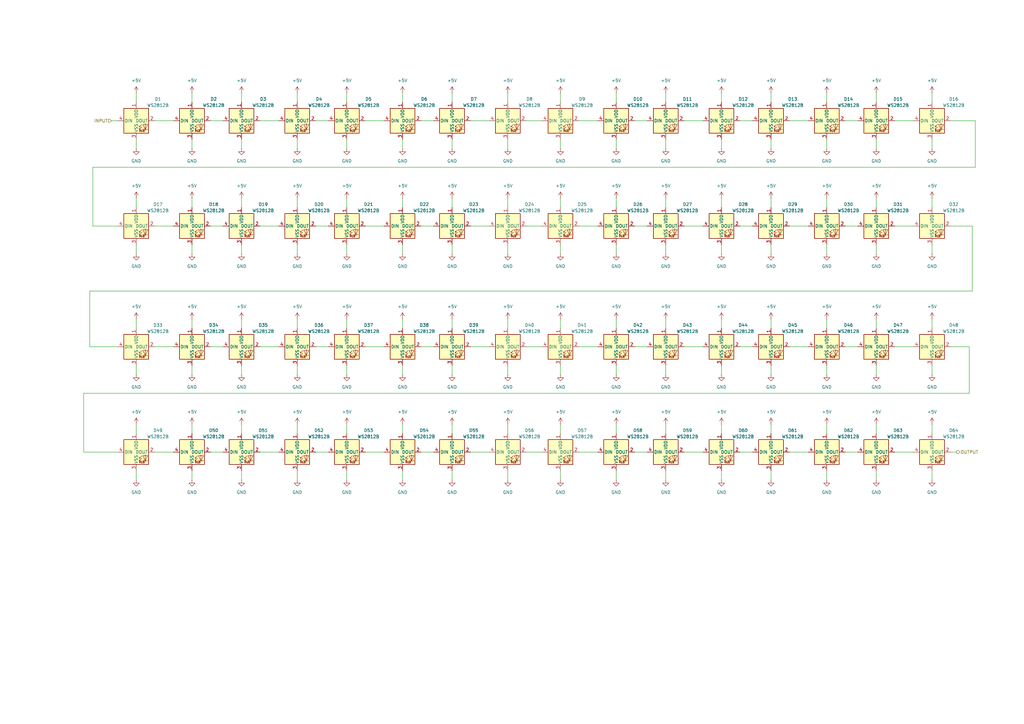
<source format=kicad_sch>
(kicad_sch (version 20231120) (generator "eeschema") (generator_version "8.0")
  (paper "A3")
  (title_block (title "TGL-Board") (date "24.03.2024") (rev "1.1") (company "Beo"))
  (wire (pts (xy 316.23 81.28) (xy 316.23 85.09)))
  (wire (pts (xy 316.23 196.85) (xy 316.23 193.04)))
  (wire (pts (xy 78.74 81.28) (xy 78.74 85.09)))
  (wire (pts (xy 237.49 142.24) (xy 245.11 142.24)))
  (wire (pts (xy 273.05 81.28) (xy 273.05 85.09)))
  (wire (pts (xy 398.78 92.71) (xy 389.89 92.71)))
  (wire (pts (xy 400.05 68.58) (xy 400.05 49.53)))
  (wire (pts (xy 193.04 142.24) (xy 200.66 142.24)))
  (wire (pts (xy 229.87 130.81) (xy 229.87 134.62)))
  (wire (pts (xy 339.09 173.99) (xy 339.09 177.8)))
  (wire (pts (xy 295.91 153.67) (xy 295.91 149.86)))
  (wire (pts (xy 229.87 38.1) (xy 229.87 41.91)))
  (wire (pts (xy 382.27 60.96) (xy 382.27 57.15)))
  (wire (pts (xy 339.09 104.14) (xy 339.09 100.33)))
  (wire (pts (xy 208.28 81.28) (xy 208.28 85.09)))
  (wire (pts (xy 346.71 142.24) (xy 351.79 142.24)))
  (wire (pts (xy 142.24 196.85) (xy 142.24 193.04)))
  (wire (pts (xy 165.1 38.1) (xy 165.1 41.91)))
  (wire (pts (xy 86.36 185.42) (xy 91.44 185.42)))
  (wire (pts (xy 142.24 173.99) (xy 142.24 177.8)))
  (wire (pts (xy 367.03 49.53) (xy 374.65 49.53)))
  (wire (pts (xy 215.9 185.42) (xy 222.25 185.42)))
  (wire (pts (xy 382.27 153.67) (xy 382.27 149.86)))
  (wire (pts (xy 149.86 49.53) (xy 157.48 49.53)))
  (wire (pts (xy 55.88 60.96) (xy 55.88 57.15)))
  (wire (pts (xy 339.09 38.1) (xy 339.09 41.91)))
  (wire (pts (xy 149.86 142.24) (xy 157.48 142.24)))
  (wire (pts (xy 106.68 92.71) (xy 114.3 92.71)))
  (wire (pts (xy 63.5 142.24) (xy 71.12 142.24)))
  (wire (pts (xy 55.88 104.14) (xy 55.88 100.33)))
  (wire (pts (xy 121.92 38.1) (xy 121.92 41.91)))
  (wire (pts (xy 260.35 142.24) (xy 265.43 142.24)))
  (wire (pts (xy 121.92 153.67) (xy 121.92 149.86)))
  (wire (pts (xy 99.06 104.14) (xy 99.06 100.33)))
  (wire (pts (xy 55.88 38.1) (xy 55.88 41.91)))
  (wire (pts (xy 303.53 92.71) (xy 308.61 92.71)))
  (wire (pts (xy 295.91 104.14) (xy 295.91 100.33)))
  (wire (pts (xy 273.05 196.85) (xy 273.05 193.04)))
  (wire (pts (xy 382.27 173.99) (xy 382.27 177.8)))
  (wire (pts (xy 346.71 185.42) (xy 351.79 185.42)))
  (wire (pts (xy 382.27 196.85) (xy 382.27 193.04)))
  (wire (pts (xy 129.54 49.53) (xy 134.62 49.53)))
  (wire (pts (xy 55.88 130.81) (xy 55.88 134.62)))
  (wire (pts (xy 165.1 81.28) (xy 165.1 85.09)))
  (wire (pts (xy 295.91 130.81) (xy 295.91 134.62)))
  (wire (pts (xy 280.67 142.24) (xy 288.29 142.24)))
  (wire (pts (xy 193.04 185.42) (xy 200.66 185.42)))
  (wire (pts (xy 303.53 49.53) (xy 308.61 49.53)))
  (wire (pts (xy 316.23 130.81) (xy 316.23 134.62)))
  (wire (pts (xy 121.92 196.85) (xy 121.92 193.04)))
  (wire (pts (xy 78.74 104.14) (xy 78.74 100.33)))
  (wire (pts (xy 78.74 196.85) (xy 78.74 193.04)))
  (wire (pts (xy 121.92 130.81) (xy 121.92 134.62)))
  (wire (pts (xy 295.91 196.85) (xy 295.91 193.04)))
  (wire (pts (xy 398.78 119.38) (xy 398.78 92.71)))
  (wire (pts (xy 397.51 161.29) (xy 397.51 142.24)))
  (wire (pts (xy 172.72 49.53) (xy 177.8 49.53)))
  (wire (pts (xy 339.09 130.81) (xy 339.09 134.62)))
  (wire (pts (xy 252.73 153.67) (xy 252.73 149.86)))
  (wire (pts (xy 193.04 49.53) (xy 200.66 49.53)))
  (wire (pts (xy 400.05 49.53) (xy 389.89 49.53)))
  (wire (pts (xy 185.42 153.67) (xy 185.42 149.86)))
  (wire (pts (xy 252.73 38.1) (xy 252.73 41.91)))
  (wire (pts (xy 295.91 38.1) (xy 295.91 41.91)))
  (wire (pts (xy 165.1 173.99) (xy 165.1 177.8)))
  (wire (pts (xy 316.23 104.14) (xy 316.23 100.33)))
  (wire (pts (xy 359.41 153.67) (xy 359.41 149.86)))
  (wire (pts (xy 323.85 142.24) (xy 331.47 142.24)))
  (wire (pts (xy 142.24 60.96) (xy 142.24 57.15)))
  (wire (pts (xy 78.74 173.99) (xy 78.74 177.8)))
  (wire (pts (xy 185.42 130.81) (xy 185.42 134.62)))
  (wire (pts (xy 55.88 196.85) (xy 55.88 193.04)))
  (wire (pts (xy 273.05 153.67) (xy 273.05 149.86)))
  (wire (pts (xy 280.67 92.71) (xy 288.29 92.71)))
  (wire (pts (xy 208.28 60.96) (xy 208.28 57.15)))
  (wire (pts (xy 99.06 153.67) (xy 99.06 149.86)))
  (wire (pts (xy 229.87 81.28) (xy 229.87 85.09)))
  (wire (pts (xy 45.72 49.53) (xy 48.26 49.53)))
  (wire (pts (xy 34.29 185.42) (xy 48.26 185.42)))
  (wire (pts (xy 215.9 49.53) (xy 222.25 49.53)))
  (wire (pts (xy 34.29 185.42) (xy 34.29 161.29)))
  (wire (pts (xy 86.36 49.53) (xy 91.44 49.53)))
  (wire (pts (xy 237.49 49.53) (xy 245.11 49.53)))
  (wire (pts (xy 252.73 81.28) (xy 252.73 85.09)))
  (wire (pts (xy 78.74 130.81) (xy 78.74 134.62)))
  (wire (pts (xy 273.05 104.14) (xy 273.05 100.33)))
  (wire (pts (xy 273.05 60.96) (xy 273.05 57.15)))
  (wire (pts (xy 106.68 185.42) (xy 114.3 185.42)))
  (wire (pts (xy 295.91 60.96) (xy 295.91 57.15)))
  (wire (pts (xy 208.28 173.99) (xy 208.28 177.8)))
  (wire (pts (xy 339.09 60.96) (xy 339.09 57.15)))
  (wire (pts (xy 252.73 196.85) (xy 252.73 193.04)))
  (wire (pts (xy 142.24 153.67) (xy 142.24 149.86)))
  (wire (pts (xy 38.1 92.71) (xy 48.26 92.71)))
  (wire (pts (xy 208.28 130.81) (xy 208.28 134.62)))
  (wire (pts (xy 280.67 185.42) (xy 288.29 185.42)))
  (wire (pts (xy 99.06 38.1) (xy 99.06 41.91)))
  (wire (pts (xy 63.5 185.42) (xy 71.12 185.42)))
  (wire (pts (xy 36.83 142.24) (xy 36.83 119.38)))
  (wire (pts (xy 323.85 92.71) (xy 331.47 92.71)))
  (wire (pts (xy 142.24 38.1) (xy 142.24 41.91)))
  (wire (pts (xy 215.9 92.71) (xy 222.25 92.71)))
  (wire (pts (xy 367.03 92.71) (xy 374.65 92.71)))
  (wire (pts (xy 38.1 92.71) (xy 38.1 68.58)))
  (wire (pts (xy 392.43 185.42) (xy 389.89 185.42)))
  (wire (pts (xy 185.42 104.14) (xy 185.42 100.33)))
  (wire (pts (xy 359.41 38.1) (xy 359.41 41.91)))
  (wire (pts (xy 149.86 185.42) (xy 157.48 185.42)))
  (wire (pts (xy 121.92 173.99) (xy 121.92 177.8)))
  (wire (pts (xy 273.05 173.99) (xy 273.05 177.8)))
  (wire (pts (xy 346.71 49.53) (xy 351.79 49.53)))
  (wire (pts (xy 273.05 38.1) (xy 273.05 41.91)))
  (wire (pts (xy 303.53 142.24) (xy 308.61 142.24)))
  (wire (pts (xy 99.06 173.99) (xy 99.06 177.8)))
  (wire (pts (xy 382.27 81.28) (xy 382.27 85.09)))
  (wire (pts (xy 339.09 196.85) (xy 339.09 193.04)))
  (wire (pts (xy 208.28 104.14) (xy 208.28 100.33)))
  (wire (pts (xy 260.35 185.42) (xy 265.43 185.42)))
  (wire (pts (xy 359.41 196.85) (xy 359.41 193.04)))
  (wire (pts (xy 55.88 81.28) (xy 55.88 85.09)))
  (wire (pts (xy 260.35 92.71) (xy 265.43 92.71)))
  (wire (pts (xy 295.91 81.28) (xy 295.91 85.09)))
  (wire (pts (xy 121.92 60.96) (xy 121.92 57.15)))
  (wire (pts (xy 359.41 173.99) (xy 359.41 177.8)))
  (wire (pts (xy 367.03 142.24) (xy 374.65 142.24)))
  (wire (pts (xy 252.73 173.99) (xy 252.73 177.8)))
  (wire (pts (xy 237.49 185.42) (xy 245.11 185.42)))
  (wire (pts (xy 382.27 104.14) (xy 382.27 100.33)))
  (wire (pts (xy 142.24 130.81) (xy 142.24 134.62)))
  (wire (pts (xy 172.72 92.71) (xy 177.8 92.71)))
  (wire (pts (xy 359.41 104.14) (xy 359.41 100.33)))
  (wire (pts (xy 185.42 81.28) (xy 185.42 85.09)))
  (wire (pts (xy 208.28 38.1) (xy 208.28 41.91)))
  (wire (pts (xy 165.1 104.14) (xy 165.1 100.33)))
  (wire (pts (xy 78.74 153.67) (xy 78.74 149.86)))
  (wire (pts (xy 339.09 153.67) (xy 339.09 149.86)))
  (wire (pts (xy 359.41 130.81) (xy 359.41 134.62)))
  (wire (pts (xy 346.71 92.71) (xy 351.79 92.71)))
  (wire (pts (xy 99.06 196.85) (xy 99.06 193.04)))
  (wire (pts (xy 34.29 161.29) (xy 397.51 161.29)))
  (wire (pts (xy 295.91 173.99) (xy 295.91 177.8)))
  (wire (pts (xy 165.1 196.85) (xy 165.1 193.04)))
  (wire (pts (xy 273.05 130.81) (xy 273.05 134.62)))
  (wire (pts (xy 359.41 81.28) (xy 359.41 85.09)))
  (wire (pts (xy 208.28 196.85) (xy 208.28 193.04)))
  (wire (pts (xy 367.03 185.42) (xy 374.65 185.42)))
  (wire (pts (xy 38.1 68.58) (xy 400.05 68.58)))
  (wire (pts (xy 193.04 92.71) (xy 200.66 92.71)))
  (wire (pts (xy 165.1 130.81) (xy 165.1 134.62)))
  (wire (pts (xy 397.51 142.24) (xy 389.89 142.24)))
  (wire (pts (xy 165.1 153.67) (xy 165.1 149.86)))
  (wire (pts (xy 316.23 38.1) (xy 316.23 41.91)))
  (wire (pts (xy 303.53 185.42) (xy 308.61 185.42)))
  (wire (pts (xy 86.36 142.24) (xy 91.44 142.24)))
  (wire (pts (xy 63.5 49.53) (xy 71.12 49.53)))
  (wire (pts (xy 129.54 142.24) (xy 134.62 142.24)))
  (wire (pts (xy 121.92 104.14) (xy 121.92 100.33)))
  (wire (pts (xy 129.54 92.71) (xy 134.62 92.71)))
  (wire (pts (xy 208.28 153.67) (xy 208.28 149.86)))
  (wire (pts (xy 172.72 185.42) (xy 177.8 185.42)))
  (wire (pts (xy 359.41 60.96) (xy 359.41 57.15)))
  (wire (pts (xy 142.24 104.14) (xy 142.24 100.33)))
  (wire (pts (xy 185.42 173.99) (xy 185.42 177.8)))
  (wire (pts (xy 382.27 38.1) (xy 382.27 41.91)))
  (wire (pts (xy 185.42 60.96) (xy 185.42 57.15)))
  (wire (pts (xy 339.09 81.28) (xy 339.09 85.09)))
  (wire (pts (xy 78.74 60.96) (xy 78.74 57.15)))
  (wire (pts (xy 316.23 153.67) (xy 316.23 149.86)))
  (wire (pts (xy 172.72 142.24) (xy 177.8 142.24)))
  (wire (pts (xy 149.86 92.71) (xy 157.48 92.71)))
  (wire (pts (xy 142.24 81.28) (xy 142.24 85.09)))
  (wire (pts (xy 86.36 92.71) (xy 91.44 92.71)))
  (wire (pts (xy 55.88 153.67) (xy 55.88 149.86)))
  (wire (pts (xy 260.35 49.53) (xy 265.43 49.53)))
  (wire (pts (xy 99.06 81.28) (xy 99.06 85.09)))
  (wire (pts (xy 316.23 173.99) (xy 316.23 177.8)))
  (wire (pts (xy 323.85 185.42) (xy 331.47 185.42)))
  (wire (pts (xy 252.73 60.96) (xy 252.73 57.15)))
  (wire (pts (xy 229.87 60.96) (xy 229.87 57.15)))
  (wire (pts (xy 63.5 92.71) (xy 71.12 92.71)))
  (wire (pts (xy 36.83 119.38) (xy 398.78 119.38)))
  (wire (pts (xy 165.1 60.96) (xy 165.1 57.15)))
  (wire (pts (xy 106.68 49.53) (xy 114.3 49.53)))
  (wire (pts (xy 229.87 104.14) (xy 229.87 100.33)))
  (wire (pts (xy 229.87 153.67) (xy 229.87 149.86)))
  (wire (pts (xy 129.54 185.42) (xy 134.62 185.42)))
  (wire (pts (xy 78.74 38.1) (xy 78.74 41.91)))
  (wire (pts (xy 185.42 196.85) (xy 185.42 193.04)))
  (wire (pts (xy 252.73 104.14) (xy 252.73 100.33)))
  (wire (pts (xy 185.42 38.1) (xy 185.42 41.91)))
  (wire (pts (xy 106.68 142.24) (xy 114.3 142.24)))
  (wire (pts (xy 323.85 49.53) (xy 331.47 49.53)))
  (wire (pts (xy 382.27 130.81) (xy 382.27 134.62)))
  (wire (pts (xy 229.87 196.85) (xy 229.87 193.04)))
  (wire (pts (xy 237.49 92.71) (xy 245.11 92.71)))
  (wire (pts (xy 121.92 81.28) (xy 121.92 85.09)))
  (wire (pts (xy 215.9 142.24) (xy 222.25 142.24)))
  (wire (pts (xy 48.26 142.24) (xy 36.83 142.24)))
  (wire (pts (xy 229.87 173.99) (xy 229.87 177.8)))
  (wire (pts (xy 55.88 173.99) (xy 55.88 177.8)))
  (wire (pts (xy 316.23 60.96) (xy 316.23 57.15)))
  (wire (pts (xy 280.67 49.53) (xy 288.29 49.53)))
  (wire (pts (xy 99.06 60.96) (xy 99.06 57.15)))
  (wire (pts (xy 99.06 130.81) (xy 99.06 134.62)))
  (wire (pts (xy 252.73 130.81) (xy 252.73 134.62)))
  (hierarchical_label "INPUT" (shape input) (at 45.72 49.53 180))
  (hierarchical_label "OUTPUT" (shape output) (at 392.43 185.42 0))
  (symbol (lib_id "LED:WS2812B") (at 382.27 185.42 0) (unit 1)
    (property "Reference" "D64" (at 391.16 176.53 0))
    (property "Value" "WS2812B" (at 391.16 179.07 0))
    (property "Footprint" "LeosLib:LED_WS2812B_XL-1615RGBC-WS2812B" (effects (hide yes)))
    (property "Datasheet" "https://cdn-shop.adafruit.com/datasheets/WS2812B.pdf" (effects (hide yes)))
    (property "LCSC" "C5349954" (effects (hide yes)))
    (instances (project "LED_Name_Board" (path "" (reference "D64") (unit 1)) (path "" (reference "D128") (unit 1))))
  )
  (symbol (lib_id "power:+5V") (at 121.92 130.81 0) (unit 1)
    (property "Reference" "#PWR082" (effects (hide yes)))
    (property "Value" "+5V" (at 121.92 125.73 0))
    (property "Description" "Power symbol creates a global label with name \"+5V\"" (effects (hide yes)))
    (instances (project "LED_Name_Board" (path "" (reference "#PWR082") (unit 1)) (path "" (reference "#PWR0210") (unit 1))))
  )
  (symbol (lib_id "power:GND") (at 359.41 60.96 0) (unit 1)
    (property "Reference" "#PWR045" (effects (hide yes)))
    (property "Value" "GND" (at 359.41 66.04 0))
    (property "Description" "Power symbol creates a global label with name \"GND\" , ground" (effects (hide yes)))
    (instances (project "LED_Name_Board" (path "" (reference "#PWR045") (unit 1)) (path "" (reference "#PWR0173") (unit 1))))
  )
  (symbol (lib_id "LED:WS2812B") (at 55.88 142.24 0) (unit 1)
    (property "Reference" "D33" (at 64.77 133.35 0))
    (property "Value" "WS2812B" (at 64.77 135.89 0))
    (property "Footprint" "LeosLib:LED_WS2812B_XL-1615RGBC-WS2812B" (effects (hide yes)))
    (property "Datasheet" "https://cdn-shop.adafruit.com/datasheets/WS2812B.pdf" (effects (hide yes)))
    (property "LCSC" "C5349954" (effects (hide yes)))
    (instances (project "LED_Name_Board" (path "" (reference "D33") (unit 1)) (path "" (reference "D97") (unit 1))))
  )
  (symbol (lib_id "LED:WS2812B") (at 142.24 142.24 0) (unit 1)
    (property "Reference" "D37" (at 151.13 133.35 0))
    (property "Value" "WS2812B" (at 151.13 135.89 0))
    (property "Footprint" "LeosLib:LED_WS2812B_XL-1615RGBC-WS2812B" (effects (hide yes)))
    (property "Datasheet" "https://cdn-shop.adafruit.com/datasheets/WS2812B.pdf" (effects (hide yes)))
    (property "LCSC" "C5349954" (effects (hide yes)))
    (instances (project "LED_Name_Board" (path "" (reference "D37") (unit 1)) (path "" (reference "D101") (unit 1))))
  )
  (symbol (lib_id "power:GND") (at 78.74 60.96 0) (unit 1)
    (property "Reference" "#PWR032" (effects (hide yes)))
    (property "Value" "GND" (at 78.74 66.04 0))
    (property "Description" "Power symbol creates a global label with name \"GND\" , ground" (effects (hide yes)))
    (instances (project "LED_Name_Board" (path "" (reference "#PWR032") (unit 1)) (path "" (reference "#PWR0160") (unit 1))))
  )
  (symbol (lib_id "power:+5V") (at 316.23 130.81 0) (unit 1)
    (property "Reference" "#PWR091" (effects (hide yes)))
    (property "Value" "+5V" (at 316.23 125.73 0))
    (property "Description" "Power symbol creates a global label with name \"+5V\"" (effects (hide yes)))
    (instances (project "LED_Name_Board" (path "" (reference "#PWR091") (unit 1)) (path "" (reference "#PWR0219") (unit 1))))
  )
  (symbol (lib_id "power:+5V") (at 273.05 38.1 0) (unit 1)
    (property "Reference" "#PWR025" (effects (hide yes)))
    (property "Value" "+5V" (at 273.05 33.02 0))
    (property "Description" "Power symbol creates a global label with name \"+5V\"" (effects (hide yes)))
    (instances (project "LED_Name_Board" (path "" (reference "#PWR025") (unit 1)) (path "" (reference "#PWR0153") (unit 1))))
  )
  (symbol (lib_id "power:GND") (at 142.24 104.14 0) (unit 1)
    (property "Reference" "#PWR067" (effects (hide yes)))
    (property "Value" "GND" (at 142.24 109.22 0))
    (property "Description" "Power symbol creates a global label with name \"GND\" , ground" (effects (hide yes)))
    (instances (project "LED_Name_Board" (path "" (reference "#PWR067") (unit 1)) (path "" (reference "#PWR0195") (unit 1))))
  )
  (symbol (lib_id "power:+5V") (at 359.41 81.28 0) (unit 1)
    (property "Reference" "#PWR061" (effects (hide yes)))
    (property "Value" "+5V" (at 359.41 76.2 0))
    (property "Description" "Power symbol creates a global label with name \"+5V\"" (effects (hide yes)))
    (instances (project "LED_Name_Board" (path "" (reference "#PWR061") (unit 1)) (path "" (reference "#PWR0189") (unit 1))))
  )
  (symbol (lib_id "power:GND") (at 55.88 196.85 0) (unit 1)
    (property "Reference" "#PWR0127" (effects (hide yes)))
    (property "Value" "GND" (at 55.88 201.93 0))
    (property "Description" "Power symbol creates a global label with name \"GND\" , ground" (effects (hide yes)))
    (instances (project "LED_Name_Board" (path "" (reference "#PWR0127") (unit 1)) (path "" (reference "#PWR0255") (unit 1))))
  )
  (symbol (lib_id "power:GND") (at 208.28 60.96 0) (unit 1)
    (property "Reference" "#PWR038" (effects (hide yes)))
    (property "Value" "GND" (at 208.28 66.04 0))
    (property "Description" "Power symbol creates a global label with name \"GND\" , ground" (effects (hide yes)))
    (instances (project "LED_Name_Board" (path "" (reference "#PWR038") (unit 1)) (path "" (reference "#PWR0166") (unit 1))))
  )
  (symbol (lib_id "power:GND") (at 316.23 196.85 0) (unit 1)
    (property "Reference" "#PWR0139" (effects (hide yes)))
    (property "Value" "GND" (at 316.23 201.93 0))
    (property "Description" "Power symbol creates a global label with name \"GND\" , ground" (effects (hide yes)))
    (instances (project "LED_Name_Board" (path "" (reference "#PWR0139") (unit 1)) (path "" (reference "#PWR0267") (unit 1))))
  )
  (symbol (lib_id "power:GND") (at 295.91 60.96 0) (unit 1)
    (property "Reference" "#PWR042" (effects (hide yes)))
    (property "Value" "GND" (at 295.91 66.04 0))
    (property "Description" "Power symbol creates a global label with name \"GND\" , ground" (effects (hide yes)))
    (instances (project "LED_Name_Board" (path "" (reference "#PWR042") (unit 1)) (path "" (reference "#PWR0170") (unit 1))))
  )
  (symbol (lib_id "LED:WS2812B") (at 273.05 49.53 0) (unit 1)
    (property "Reference" "D11" (at 281.94 40.64 0))
    (property "Value" "WS2812B" (at 281.94 43.18 0))
    (property "Footprint" "LeosLib:LED_WS2812B_XL-1615RGBC-WS2812B" (effects (hide yes)))
    (property "Datasheet" "https://cdn-shop.adafruit.com/datasheets/WS2812B.pdf" (effects (hide yes)))
    (property "LCSC" "C5349954" (effects (hide yes)))
    (instances (project "LED_Name_Board" (path "" (reference "D11") (unit 1)) (path "" (reference "D75") (unit 1))))
  )
  (symbol (lib_id "LED:WS2812B") (at 121.92 142.24 0) (unit 1)
    (property "Reference" "D36" (at 130.81 133.35 0))
    (property "Value" "WS2812B" (at 130.81 135.89 0))
    (property "Footprint" "LeosLib:LED_WS2812B_XL-1615RGBC-WS2812B" (effects (hide yes)))
    (property "Datasheet" "https://cdn-shop.adafruit.com/datasheets/WS2812B.pdf" (effects (hide yes)))
    (property "LCSC" "C5349954" (effects (hide yes)))
    (instances (project "LED_Name_Board" (path "" (reference "D36") (unit 1)) (path "" (reference "D100") (unit 1))))
  )
  (symbol (lib_id "power:+5V") (at 99.06 130.81 0) (unit 1)
    (property "Reference" "#PWR081" (effects (hide yes)))
    (property "Value" "+5V" (at 99.06 125.73 0))
    (property "Description" "Power symbol creates a global label with name \"+5V\"" (effects (hide yes)))
    (instances (project "LED_Name_Board" (path "" (reference "#PWR081") (unit 1)) (path "" (reference "#PWR0209") (unit 1))))
  )
  (symbol (lib_id "power:+5V") (at 55.88 38.1 0) (unit 1)
    (property "Reference" "#PWR015" (effects (hide yes)))
    (property "Value" "+5V" (at 55.88 33.02 0))
    (property "Description" "Power symbol creates a global label with name \"+5V\"" (effects (hide yes)))
    (instances (project "LED_Name_Board" (path "" (reference "#PWR015") (unit 1)) (path "" (reference "#PWR0143") (unit 1))))
  )
  (symbol (lib_id "power:+5V") (at 121.92 81.28 0) (unit 1)
    (property "Reference" "#PWR050" (effects (hide yes)))
    (property "Value" "+5V" (at 121.92 76.2 0))
    (property "Description" "Power symbol creates a global label with name \"+5V\"" (effects (hide yes)))
    (instances (project "LED_Name_Board" (path "" (reference "#PWR050") (unit 1)) (path "" (reference "#PWR0178") (unit 1))))
  )
  (symbol (lib_id "LED:WS2812B") (at 208.28 185.42 0) (unit 1)
    (property "Reference" "D56" (at 217.17 176.53 0))
    (property "Value" "WS2812B" (at 217.17 179.07 0))
    (property "Footprint" "LeosLib:LED_WS2812B_XL-1615RGBC-WS2812B" (effects (hide yes)))
    (property "Datasheet" "https://cdn-shop.adafruit.com/datasheets/WS2812B.pdf" (effects (hide yes)))
    (property "LCSC" "C5349954" (effects (hide yes)))
    (instances (project "LED_Name_Board" (path "" (reference "D56") (unit 1)) (path "" (reference "D120") (unit 1))))
  )
  (symbol (lib_id "power:+5V") (at 295.91 38.1 0) (unit 1)
    (property "Reference" "#PWR026" (effects (hide yes)))
    (property "Value" "+5V" (at 295.91 33.02 0))
    (property "Description" "Power symbol creates a global label with name \"+5V\"" (effects (hide yes)))
    (instances (project "LED_Name_Board" (path "" (reference "#PWR026") (unit 1)) (path "" (reference "#PWR0154") (unit 1))))
  )
  (symbol (lib_id "power:+5V") (at 229.87 130.81 0) (unit 1)
    (property "Reference" "#PWR087" (effects (hide yes)))
    (property "Value" "+5V" (at 229.87 125.73 0))
    (property "Description" "Power symbol creates a global label with name \"+5V\"" (effects (hide yes)))
    (instances (project "LED_Name_Board" (path "" (reference "#PWR087") (unit 1)) (path "" (reference "#PWR0215") (unit 1))))
  )
  (symbol (lib_id "LED:WS2812B") (at 339.09 49.53 0) (unit 1)
    (property "Reference" "D14" (at 347.98 40.64 0))
    (property "Value" "WS2812B" (at 347.98 43.18 0))
    (property "Footprint" "LeosLib:LED_WS2812B_XL-1615RGBC-WS2812B" (effects (hide yes)))
    (property "Datasheet" "https://cdn-shop.adafruit.com/datasheets/WS2812B.pdf" (effects (hide yes)))
    (property "LCSC" "C5349954" (effects (hide yes)))
    (instances (project "LED_Name_Board" (path "" (reference "D14") (unit 1)) (path "" (reference "D78") (unit 1))))
  )
  (symbol (lib_id "power:GND") (at 142.24 153.67 0) (unit 1)
    (property "Reference" "#PWR099" (effects (hide yes)))
    (property "Value" "GND" (at 142.24 158.75 0))
    (property "Description" "Power symbol creates a global label with name \"GND\" , ground" (effects (hide yes)))
    (instances (project "LED_Name_Board" (path "" (reference "#PWR099") (unit 1)) (path "" (reference "#PWR0227") (unit 1))))
  )
  (symbol (lib_id "LED:WS2812B") (at 252.73 142.24 0) (unit 1)
    (property "Reference" "D42" (at 261.62 133.35 0))
    (property "Value" "WS2812B" (at 261.62 135.89 0))
    (property "Footprint" "LeosLib:LED_WS2812B_XL-1615RGBC-WS2812B" (effects (hide yes)))
    (property "Datasheet" "https://cdn-shop.adafruit.com/datasheets/WS2812B.pdf" (effects (hide yes)))
    (property "LCSC" "C5349954" (effects (hide yes)))
    (instances (project "LED_Name_Board" (path "" (reference "D42") (unit 1)) (path "" (reference "D106") (unit 1))))
  )
  (symbol (lib_id "LED:WS2812B") (at 359.41 92.71 0) (unit 1)
    (property "Reference" "D31" (at 368.3 83.82 0))
    (property "Value" "WS2812B" (at 368.3 86.36 0))
    (property "Footprint" "LeosLib:LED_WS2812B_XL-1615RGBC-WS2812B" (effects (hide yes)))
    (property "Datasheet" "https://cdn-shop.adafruit.com/datasheets/WS2812B.pdf" (effects (hide yes)))
    (property "LCSC" "C5349954" (effects (hide yes)))
    (instances (project "LED_Name_Board" (path "" (reference "D31") (unit 1)) (path "" (reference "D95") (unit 1))))
  )
  (symbol (lib_id "power:GND") (at 382.27 60.96 0) (unit 1)
    (property "Reference" "#PWR046" (effects (hide yes)))
    (property "Value" "GND" (at 382.27 66.04 0))
    (property "Description" "Power symbol creates a global label with name \"GND\" , ground" (effects (hide yes)))
    (instances (project "LED_Name_Board" (path "" (reference "#PWR046") (unit 1)) (path "" (reference "#PWR0174") (unit 1))))
  )
  (symbol (lib_id "LED:WS2812B") (at 55.88 49.53 0) (unit 1)
    (property "Reference" "D1" (at 64.77 40.64 0))
    (property "Value" "WS2812B" (at 64.77 43.18 0))
    (property "Footprint" "LeosLib:LED_WS2812B_XL-1615RGBC-WS2812B" (effects (hide yes)))
    (property "Datasheet" "https://cdn-shop.adafruit.com/datasheets/WS2812B.pdf" (effects (hide yes)))
    (property "LCSC" "C5349954" (effects (hide yes)))
    (instances (project "LED_Name_Board" (path "" (reference "D1") (unit 1)) (path "" (reference "D65") (unit 1))))
  )
  (symbol (lib_id "power:+5V") (at 142.24 81.28 0) (unit 1)
    (property "Reference" "#PWR051" (effects (hide yes)))
    (property "Value" "+5V" (at 142.24 76.2 0))
    (property "Description" "Power symbol creates a global label with name \"+5V\"" (effects (hide yes)))
    (instances (project "LED_Name_Board" (path "" (reference "#PWR051") (unit 1)) (path "" (reference "#PWR0179") (unit 1))))
  )
  (symbol (lib_id "power:+5V") (at 252.73 173.99 0) (unit 1)
    (property "Reference" "#PWR0120" (effects (hide yes)))
    (property "Value" "+5V" (at 252.73 168.91 0))
    (property "Description" "Power symbol creates a global label with name \"+5V\"" (effects (hide yes)))
    (instances (project "LED_Name_Board" (path "" (reference "#PWR0120") (unit 1)) (path "" (reference "#PWR0248") (unit 1))))
  )
  (symbol (lib_id "LED:WS2812B") (at 295.91 92.71 0) (unit 1)
    (property "Reference" "D28" (at 304.8 83.82 0))
    (property "Value" "WS2812B" (at 304.8 86.36 0))
    (property "Footprint" "LeosLib:LED_WS2812B_XL-1615RGBC-WS2812B" (effects (hide yes)))
    (property "Datasheet" "https://cdn-shop.adafruit.com/datasheets/WS2812B.pdf" (effects (hide yes)))
    (property "LCSC" "C5349954" (effects (hide yes)))
    (instances (project "LED_Name_Board" (path "" (reference "D28") (unit 1)) (path "" (reference "D92") (unit 1))))
  )
  (symbol (lib_id "power:GND") (at 55.88 153.67 0) (unit 1)
    (property "Reference" "#PWR095" (effects (hide yes)))
    (property "Value" "GND" (at 55.88 158.75 0))
    (property "Description" "Power symbol creates a global label with name \"GND\" , ground" (effects (hide yes)))
    (instances (project "LED_Name_Board" (path "" (reference "#PWR095") (unit 1)) (path "" (reference "#PWR0223") (unit 1))))
  )
  (symbol (lib_id "power:+5V") (at 165.1 38.1 0) (unit 1)
    (property "Reference" "#PWR020" (effects (hide yes)))
    (property "Value" "+5V" (at 165.1 33.02 0))
    (property "Description" "Power symbol creates a global label with name \"+5V\"" (effects (hide yes)))
    (instances (project "LED_Name_Board" (path "" (reference "#PWR020") (unit 1)) (path "" (reference "#PWR0148") (unit 1))))
  )
  (symbol (lib_id "power:GND") (at 252.73 153.67 0) (unit 1)
    (property "Reference" "#PWR0104" (effects (hide yes)))
    (property "Value" "GND" (at 252.73 158.75 0))
    (property "Description" "Power symbol creates a global label with name \"GND\" , ground" (effects (hide yes)))
    (instances (project "LED_Name_Board" (path "" (reference "#PWR0104") (unit 1)) (path "" (reference "#PWR0232") (unit 1))))
  )
  (symbol (lib_id "LED:WS2812B") (at 229.87 92.71 0) (unit 1)
    (property "Reference" "D25" (at 238.76 83.82 0))
    (property "Value" "WS2812B" (at 238.76 86.36 0))
    (property "Footprint" "LeosLib:LED_WS2812B_XL-1615RGBC-WS2812B" (effects (hide yes)))
    (property "Datasheet" "https://cdn-shop.adafruit.com/datasheets/WS2812B.pdf" (effects (hide yes)))
    (property "LCSC" "C5349954" (effects (hide yes)))
    (instances (project "LED_Name_Board" (path "" (reference "D25") (unit 1)) (path "" (reference "D89") (unit 1))))
  )
  (symbol (lib_id "power:+5V") (at 229.87 38.1 0) (unit 1)
    (property "Reference" "#PWR023" (effects (hide yes)))
    (property "Value" "+5V" (at 229.87 33.02 0))
    (property "Description" "Power symbol creates a global label with name \"+5V\"" (effects (hide yes)))
    (instances (project "LED_Name_Board" (path "" (reference "#PWR023") (unit 1)) (path "" (reference "#PWR0151") (unit 1))))
  )
  (symbol (lib_id "LED:WS2812B") (at 185.42 185.42 0) (unit 1)
    (property "Reference" "D55" (at 194.31 176.53 0))
    (property "Value" "WS2812B" (at 194.31 179.07 0))
    (property "Footprint" "LeosLib:LED_WS2812B_XL-1615RGBC-WS2812B" (effects (hide yes)))
    (property "Datasheet" "https://cdn-shop.adafruit.com/datasheets/WS2812B.pdf" (effects (hide yes)))
    (property "LCSC" "C5349954" (effects (hide yes)))
    (instances (project "LED_Name_Board" (path "" (reference "D55") (unit 1)) (path "" (reference "D119") (unit 1))))
  )
  (symbol (lib_id "power:+5V") (at 382.27 130.81 0) (unit 1)
    (property "Reference" "#PWR094" (effects (hide yes)))
    (property "Value" "+5V" (at 382.27 125.73 0))
    (property "Description" "Power symbol creates a global label with name \"+5V\"" (effects (hide yes)))
    (instances (project "LED_Name_Board" (path "" (reference "#PWR094") (unit 1)) (path "" (reference "#PWR0222") (unit 1))))
  )
  (symbol (lib_id "power:GND") (at 208.28 104.14 0) (unit 1)
    (property "Reference" "#PWR070" (effects (hide yes)))
    (property "Value" "GND" (at 208.28 109.22 0))
    (property "Description" "Power symbol creates a global label with name \"GND\" , ground" (effects (hide yes)))
    (instances (project "LED_Name_Board" (path "" (reference "#PWR070") (unit 1)) (path "" (reference "#PWR0198") (unit 1))))
  )
  (symbol (lib_id "LED:WS2812B") (at 382.27 92.71 0) (unit 1)
    (property "Reference" "D32" (at 391.16 83.82 0))
    (property "Value" "WS2812B" (at 391.16 86.36 0))
    (property "Footprint" "LeosLib:LED_WS2812B_XL-1615RGBC-WS2812B" (effects (hide yes)))
    (property "Datasheet" "https://cdn-shop.adafruit.com/datasheets/WS2812B.pdf" (effects (hide yes)))
    (property "LCSC" "C5349954" (effects (hide yes)))
    (instances (project "LED_Name_Board" (path "" (reference "D32") (unit 1)) (path "" (reference "D96") (unit 1))))
  )
  (symbol (lib_id "LED:WS2812B") (at 142.24 92.71 0) (unit 1)
    (property "Reference" "D21" (at 151.13 83.82 0))
    (property "Value" "WS2812B" (at 151.13 86.36 0))
    (property "Footprint" "LeosLib:LED_WS2812B_XL-1615RGBC-WS2812B" (effects (hide yes)))
    (property "Datasheet" "https://cdn-shop.adafruit.com/datasheets/WS2812B.pdf" (effects (hide yes)))
    (property "LCSC" "C5349954" (effects (hide yes)))
    (instances (project "LED_Name_Board" (path "" (reference "D21") (unit 1)) (path "" (reference "D85") (unit 1))))
  )
  (symbol (lib_id "power:+5V") (at 185.42 173.99 0) (unit 1)
    (property "Reference" "#PWR0117" (effects (hide yes)))
    (property "Value" "+5V" (at 185.42 168.91 0))
    (property "Description" "Power symbol creates a global label with name \"+5V\"" (effects (hide yes)))
    (instances (project "LED_Name_Board" (path "" (reference "#PWR0117") (unit 1)) (path "" (reference "#PWR0245") (unit 1))))
  )
  (symbol (lib_id "LED:WS2812B") (at 382.27 49.53 0) (unit 1)
    (property "Reference" "D16" (at 391.16 40.64 0))
    (property "Value" "WS2812B" (at 391.16 43.18 0))
    (property "Footprint" "LeosLib:LED_WS2812B_XL-1615RGBC-WS2812B" (effects (hide yes)))
    (property "Datasheet" "https://cdn-shop.adafruit.com/datasheets/WS2812B.pdf" (effects (hide yes)))
    (property "LCSC" "C5349954" (effects (hide yes)))
    (instances (project "LED_Name_Board" (path "" (reference "D16") (unit 1)) (path "" (reference "D80") (unit 1))))
  )
  (symbol (lib_id "LED:WS2812B") (at 339.09 185.42 0) (unit 1)
    (property "Reference" "D62" (at 347.98 176.53 0))
    (property "Value" "WS2812B" (at 347.98 179.07 0))
    (property "Footprint" "LeosLib:LED_WS2812B_XL-1615RGBC-WS2812B" (effects (hide yes)))
    (property "Datasheet" "https://cdn-shop.adafruit.com/datasheets/WS2812B.pdf" (effects (hide yes)))
    (property "LCSC" "C5349954" (effects (hide yes)))
    (instances (project "LED_Name_Board" (path "" (reference "D62") (unit 1)) (path "" (reference "D126") (unit 1))))
  )
  (symbol (lib_id "power:GND") (at 273.05 196.85 0) (unit 1)
    (property "Reference" "#PWR0137" (effects (hide yes)))
    (property "Value" "GND" (at 273.05 201.93 0))
    (property "Description" "Power symbol creates a global label with name \"GND\" , ground" (effects (hide yes)))
    (instances (project "LED_Name_Board" (path "" (reference "#PWR0137") (unit 1)) (path "" (reference "#PWR0265") (unit 1))))
  )
  (symbol (lib_id "power:+5V") (at 185.42 38.1 0) (unit 1)
    (property "Reference" "#PWR021" (effects (hide yes)))
    (property "Value" "+5V" (at 185.42 33.02 0))
    (property "Description" "Power symbol creates a global label with name \"+5V\"" (effects (hide yes)))
    (instances (project "LED_Name_Board" (path "" (reference "#PWR021") (unit 1)) (path "" (reference "#PWR0149") (unit 1))))
  )
  (symbol (lib_id "LED:WS2812B") (at 359.41 185.42 0) (unit 1)
    (property "Reference" "D63" (at 368.3 176.53 0))
    (property "Value" "WS2812B" (at 368.3 179.07 0))
    (property "Footprint" "LeosLib:LED_WS2812B_XL-1615RGBC-WS2812B" (effects (hide yes)))
    (property "Datasheet" "https://cdn-shop.adafruit.com/datasheets/WS2812B.pdf" (effects (hide yes)))
    (property "LCSC" "C5349954" (effects (hide yes)))
    (instances (project "LED_Name_Board" (path "" (reference "D63") (unit 1)) (path "" (reference "D127") (unit 1))))
  )
  (symbol (lib_id "power:GND") (at 121.92 104.14 0) (unit 1)
    (property "Reference" "#PWR066" (effects (hide yes)))
    (property "Value" "GND" (at 121.92 109.22 0))
    (property "Description" "Power symbol creates a global label with name \"GND\" , ground" (effects (hide yes)))
    (instances (project "LED_Name_Board" (path "" (reference "#PWR066") (unit 1)) (path "" (reference "#PWR0194") (unit 1))))
  )
  (symbol (lib_id "LED:WS2812B") (at 55.88 92.71 0) (unit 1)
    (property "Reference" "D17" (at 64.77 83.82 0))
    (property "Value" "WS2812B" (at 64.77 86.36 0))
    (property "Footprint" "LeosLib:LED_WS2812B_XL-1615RGBC-WS2812B" (effects (hide yes)))
    (property "Datasheet" "https://cdn-shop.adafruit.com/datasheets/WS2812B.pdf" (effects (hide yes)))
    (property "LCSC" "C5349954" (effects (hide yes)))
    (instances (project "LED_Name_Board" (path "" (reference "D17") (unit 1)) (path "" (reference "D81") (unit 1))))
  )
  (symbol (lib_id "power:GND") (at 359.41 104.14 0) (unit 1)
    (property "Reference" "#PWR077" (effects (hide yes)))
    (property "Value" "GND" (at 359.41 109.22 0))
    (property "Description" "Power symbol creates a global label with name \"GND\" , ground" (effects (hide yes)))
    (instances (project "LED_Name_Board" (path "" (reference "#PWR077") (unit 1)) (path "" (reference "#PWR0205") (unit 1))))
  )
  (symbol (lib_id "power:GND") (at 229.87 153.67 0) (unit 1)
    (property "Reference" "#PWR0103" (effects (hide yes)))
    (property "Value" "GND" (at 229.87 158.75 0))
    (property "Description" "Power symbol creates a global label with name \"GND\" , ground" (effects (hide yes)))
    (instances (project "LED_Name_Board" (path "" (reference "#PWR0103") (unit 1)) (path "" (reference "#PWR0231") (unit 1))))
  )
  (symbol (lib_id "power:GND") (at 185.42 196.85 0) (unit 1)
    (property "Reference" "#PWR0133" (effects (hide yes)))
    (property "Value" "GND" (at 185.42 201.93 0))
    (property "Description" "Power symbol creates a global label with name \"GND\" , ground" (effects (hide yes)))
    (instances (project "LED_Name_Board" (path "" (reference "#PWR0133") (unit 1)) (path "" (reference "#PWR0261") (unit 1))))
  )
  (symbol (lib_id "power:+5V") (at 55.88 81.28 0) (unit 1)
    (property "Reference" "#PWR047" (effects (hide yes)))
    (property "Value" "+5V" (at 55.88 76.2 0))
    (property "Description" "Power symbol creates a global label with name \"+5V\"" (effects (hide yes)))
    (instances (project "LED_Name_Board" (path "" (reference "#PWR047") (unit 1)) (path "" (reference "#PWR0175") (unit 1))))
  )
  (symbol (lib_id "power:+5V") (at 99.06 38.1 0) (unit 1)
    (property "Reference" "#PWR017" (effects (hide yes)))
    (property "Value" "+5V" (at 99.06 33.02 0))
    (property "Description" "Power symbol creates a global label with name \"+5V\"" (effects (hide yes)))
    (instances (project "LED_Name_Board" (path "" (reference "#PWR017") (unit 1)) (path "" (reference "#PWR0145") (unit 1))))
  )
  (symbol (lib_id "power:GND") (at 165.1 196.85 0) (unit 1)
    (property "Reference" "#PWR0132" (effects (hide yes)))
    (property "Value" "GND" (at 165.1 201.93 0))
    (property "Description" "Power symbol creates a global label with name \"GND\" , ground" (effects (hide yes)))
    (instances (project "LED_Name_Board" (path "" (reference "#PWR0132") (unit 1)) (path "" (reference "#PWR0260") (unit 1))))
  )
  (symbol (lib_id "power:+5V") (at 99.06 81.28 0) (unit 1)
    (property "Reference" "#PWR049" (effects (hide yes)))
    (property "Value" "+5V" (at 99.06 76.2 0))
    (property "Description" "Power symbol creates a global label with name \"+5V\"" (effects (hide yes)))
    (instances (project "LED_Name_Board" (path "" (reference "#PWR049") (unit 1)) (path "" (reference "#PWR0177") (unit 1))))
  )
  (symbol (lib_id "power:+5V") (at 273.05 81.28 0) (unit 1)
    (property "Reference" "#PWR057" (effects (hide yes)))
    (property "Value" "+5V" (at 273.05 76.2 0))
    (property "Description" "Power symbol creates a global label with name \"+5V\"" (effects (hide yes)))
    (instances (project "LED_Name_Board" (path "" (reference "#PWR057") (unit 1)) (path "" (reference "#PWR0185") (unit 1))))
  )
  (symbol (lib_id "LED:WS2812B") (at 55.88 185.42 0) (unit 1)
    (property "Reference" "D49" (at 64.77 176.53 0))
    (property "Value" "WS2812B" (at 64.77 179.07 0))
    (property "Footprint" "LeosLib:LED_WS2812B_XL-1615RGBC-WS2812B" (effects (hide yes)))
    (property "Datasheet" "https://cdn-shop.adafruit.com/datasheets/WS2812B.pdf" (effects (hide yes)))
    (property "LCSC" "C5349954" (effects (hide yes)))
    (instances (project "LED_Name_Board" (path "" (reference "D49") (unit 1)) (path "" (reference "D113") (unit 1))))
  )
  (symbol (lib_id "power:+5V") (at 165.1 81.28 0) (unit 1)
    (property "Reference" "#PWR052" (effects (hide yes)))
    (property "Value" "+5V" (at 165.1 76.2 0))
    (property "Description" "Power symbol creates a global label with name \"+5V\"" (effects (hide yes)))
    (instances (project "LED_Name_Board" (path "" (reference "#PWR052") (unit 1)) (path "" (reference "#PWR0180") (unit 1))))
  )
  (symbol (lib_id "LED:WS2812B") (at 359.41 142.24 0) (unit 1)
    (property "Reference" "D47" (at 368.3 133.35 0))
    (property "Value" "WS2812B" (at 368.3 135.89 0))
    (property "Footprint" "LeosLib:LED_WS2812B_XL-1615RGBC-WS2812B" (effects (hide yes)))
    (property "Datasheet" "https://cdn-shop.adafruit.com/datasheets/WS2812B.pdf" (effects (hide yes)))
    (property "LCSC" "C5349954" (effects (hide yes)))
    (instances (project "LED_Name_Board" (path "" (reference "D47") (unit 1)) (path "" (reference "D111") (unit 1))))
  )
  (symbol (lib_id "power:GND") (at 382.27 153.67 0) (unit 1)
    (property "Reference" "#PWR0110" (effects (hide yes)))
    (property "Value" "GND" (at 382.27 158.75 0))
    (property "Description" "Power symbol creates a global label with name \"GND\" , ground" (effects (hide yes)))
    (instances (project "LED_Name_Board" (path "" (reference "#PWR0110") (unit 1)) (path "" (reference "#PWR0238") (unit 1))))
  )
  (symbol (lib_id "power:+5V") (at 359.41 130.81 0) (unit 1)
    (property "Reference" "#PWR093" (effects (hide yes)))
    (property "Value" "+5V" (at 359.41 125.73 0))
    (property "Description" "Power symbol creates a global label with name \"+5V\"" (effects (hide yes)))
    (instances (project "LED_Name_Board" (path "" (reference "#PWR093") (unit 1)) (path "" (reference "#PWR0221") (unit 1))))
  )
  (symbol (lib_id "power:+5V") (at 78.74 38.1 0) (unit 1)
    (property "Reference" "#PWR016" (effects (hide yes)))
    (property "Value" "+5V" (at 78.74 33.02 0))
    (property "Description" "Power symbol creates a global label with name \"+5V\"" (effects (hide yes)))
    (instances (project "LED_Name_Board" (path "" (reference "#PWR016") (unit 1)) (path "" (reference "#PWR0144") (unit 1))))
  )
  (symbol (lib_id "power:GND") (at 121.92 60.96 0) (unit 1)
    (property "Reference" "#PWR034" (effects (hide yes)))
    (property "Value" "GND" (at 121.92 66.04 0))
    (property "Description" "Power symbol creates a global label with name \"GND\" , ground" (effects (hide yes)))
    (instances (project "LED_Name_Board" (path "" (reference "#PWR034") (unit 1)) (path "" (reference "#PWR0162") (unit 1))))
  )
  (symbol (lib_id "power:+5V") (at 359.41 38.1 0) (unit 1)
    (property "Reference" "#PWR029" (effects (hide yes)))
    (property "Value" "+5V" (at 359.41 33.02 0))
    (property "Description" "Power symbol creates a global label with name \"+5V\"" (effects (hide yes)))
    (instances (project "LED_Name_Board" (path "" (reference "#PWR029") (unit 1)) (path "" (reference "#PWR0157") (unit 1))))
  )
  (symbol (lib_id "power:+5V") (at 252.73 130.81 0) (unit 1)
    (property "Reference" "#PWR088" (effects (hide yes)))
    (property "Value" "+5V" (at 252.73 125.73 0))
    (property "Description" "Power symbol creates a global label with name \"+5V\"" (effects (hide yes)))
    (instances (project "LED_Name_Board" (path "" (reference "#PWR088") (unit 1)) (path "" (reference "#PWR0216") (unit 1))))
  )
  (symbol (lib_id "LED:WS2812B") (at 316.23 185.42 0) (unit 1)
    (property "Reference" "D61" (at 325.12 176.53 0))
    (property "Value" "WS2812B" (at 325.12 179.07 0))
    (property "Footprint" "LeosLib:LED_WS2812B_XL-1615RGBC-WS2812B" (effects (hide yes)))
    (property "Datasheet" "https://cdn-shop.adafruit.com/datasheets/WS2812B.pdf" (effects (hide yes)))
    (property "LCSC" "C5349954" (effects (hide yes)))
    (instances (project "LED_Name_Board" (path "" (reference "D61") (unit 1)) (path "" (reference "D125") (unit 1))))
  )
  (symbol (lib_id "power:GND") (at 165.1 153.67 0) (unit 1)
    (property "Reference" "#PWR0100" (effects (hide yes)))
    (property "Value" "GND" (at 165.1 158.75 0))
    (property "Description" "Power symbol creates a global label with name \"GND\" , ground" (effects (hide yes)))
    (instances (project "LED_Name_Board" (path "" (reference "#PWR0100") (unit 1)) (path "" (reference "#PWR0228") (unit 1))))
  )
  (symbol (lib_id "power:GND") (at 99.06 60.96 0) (unit 1)
    (property "Reference" "#PWR033" (effects (hide yes)))
    (property "Value" "GND" (at 99.06 66.04 0))
    (property "Description" "Power symbol creates a global label with name \"GND\" , ground" (effects (hide yes)))
    (instances (project "LED_Name_Board" (path "" (reference "#PWR033") (unit 1)) (path "" (reference "#PWR0161") (unit 1))))
  )
  (symbol (lib_id "power:GND") (at 121.92 196.85 0) (unit 1)
    (property "Reference" "#PWR0130" (effects (hide yes)))
    (property "Value" "GND" (at 121.92 201.93 0))
    (property "Description" "Power symbol creates a global label with name \"GND\" , ground" (effects (hide yes)))
    (instances (project "LED_Name_Board" (path "" (reference "#PWR0130") (unit 1)) (path "" (reference "#PWR0258") (unit 1))))
  )
  (symbol (lib_id "power:GND") (at 339.09 104.14 0) (unit 1)
    (property "Reference" "#PWR076" (effects (hide yes)))
    (property "Value" "GND" (at 339.09 109.22 0))
    (property "Description" "Power symbol creates a global label with name \"GND\" , ground" (effects (hide yes)))
    (instances (project "LED_Name_Board" (path "" (reference "#PWR076") (unit 1)) (path "" (reference "#PWR0204") (unit 1))))
  )
  (symbol (lib_id "LED:WS2812B") (at 208.28 142.24 0) (unit 1)
    (property "Reference" "D40" (at 217.17 133.35 0))
    (property "Value" "WS2812B" (at 217.17 135.89 0))
    (property "Footprint" "LeosLib:LED_WS2812B_XL-1615RGBC-WS2812B" (effects (hide yes)))
    (property "Datasheet" "https://cdn-shop.adafruit.com/datasheets/WS2812B.pdf" (effects (hide yes)))
    (property "LCSC" "C5349954" (effects (hide yes)))
    (instances (project "LED_Name_Board" (path "" (reference "D40") (unit 1)) (path "" (reference "D104") (unit 1))))
  )
  (symbol (lib_id "LED:WS2812B") (at 273.05 142.24 0) (unit 1)
    (property "Reference" "D43" (at 281.94 133.35 0))
    (property "Value" "WS2812B" (at 281.94 135.89 0))
    (property "Footprint" "LeosLib:LED_WS2812B_XL-1615RGBC-WS2812B" (effects (hide yes)))
    (property "Datasheet" "https://cdn-shop.adafruit.com/datasheets/WS2812B.pdf" (effects (hide yes)))
    (property "LCSC" "C5349954" (effects (hide yes)))
    (instances (project "LED_Name_Board" (path "" (reference "D43") (unit 1)) (path "" (reference "D107") (unit 1))))
  )
  (symbol (lib_id "power:+5V") (at 208.28 130.81 0) (unit 1)
    (property "Reference" "#PWR086" (effects (hide yes)))
    (property "Value" "+5V" (at 208.28 125.73 0))
    (property "Description" "Power symbol creates a global label with name \"+5V\"" (effects (hide yes)))
    (instances (project "LED_Name_Board" (path "" (reference "#PWR086") (unit 1)) (path "" (reference "#PWR0214") (unit 1))))
  )
  (symbol (lib_id "LED:WS2812B") (at 165.1 142.24 0) (unit 1)
    (property "Reference" "D38" (at 173.99 133.35 0))
    (property "Value" "WS2812B" (at 173.99 135.89 0))
    (property "Footprint" "LeosLib:LED_WS2812B_XL-1615RGBC-WS2812B" (effects (hide yes)))
    (property "Datasheet" "https://cdn-shop.adafruit.com/datasheets/WS2812B.pdf" (effects (hide yes)))
    (property "LCSC" "C5349954" (effects (hide yes)))
    (instances (project "LED_Name_Board" (path "" (reference "D38") (unit 1)) (path "" (reference "D102") (unit 1))))
  )
  (symbol (lib_id "power:GND") (at 295.91 196.85 0) (unit 1)
    (property "Reference" "#PWR0138" (effects (hide yes)))
    (property "Value" "GND" (at 295.91 201.93 0))
    (property "Description" "Power symbol creates a global label with name \"GND\" , ground" (effects (hide yes)))
    (instances (project "LED_Name_Board" (path "" (reference "#PWR0138") (unit 1)) (path "" (reference "#PWR0266") (unit 1))))
  )
  (symbol (lib_id "power:+5V") (at 185.42 81.28 0) (unit 1)
    (property "Reference" "#PWR053" (effects (hide yes)))
    (property "Value" "+5V" (at 185.42 76.2 0))
    (property "Description" "Power symbol creates a global label with name \"+5V\"" (effects (hide yes)))
    (instances (project "LED_Name_Board" (path "" (reference "#PWR053") (unit 1)) (path "" (reference "#PWR0181") (unit 1))))
  )
  (symbol (lib_id "power:GND") (at 339.09 60.96 0) (unit 1)
    (property "Reference" "#PWR044" (effects (hide yes)))
    (property "Value" "GND" (at 339.09 66.04 0))
    (property "Description" "Power symbol creates a global label with name \"GND\" , ground" (effects (hide yes)))
    (instances (project "LED_Name_Board" (path "" (reference "#PWR044") (unit 1)) (path "" (reference "#PWR0172") (unit 1))))
  )
  (symbol (lib_id "power:+5V") (at 55.88 173.99 0) (unit 1)
    (property "Reference" "#PWR0111" (effects (hide yes)))
    (property "Value" "+5V" (at 55.88 168.91 0))
    (property "Description" "Power symbol creates a global label with name \"+5V\"" (effects (hide yes)))
    (instances (project "LED_Name_Board" (path "" (reference "#PWR0111") (unit 1)) (path "" (reference "#PWR0239") (unit 1))))
  )
  (symbol (lib_id "LED:WS2812B") (at 273.05 92.71 0) (unit 1)
    (property "Reference" "D27" (at 281.94 83.82 0))
    (property "Value" "WS2812B" (at 281.94 86.36 0))
    (property "Footprint" "LeosLib:LED_WS2812B_XL-1615RGBC-WS2812B" (effects (hide yes)))
    (property "Datasheet" "https://cdn-shop.adafruit.com/datasheets/WS2812B.pdf" (effects (hide yes)))
    (property "LCSC" "C5349954" (effects (hide yes)))
    (instances (project "LED_Name_Board" (path "" (reference "D27") (unit 1)) (path "" (reference "D91") (unit 1))))
  )
  (symbol (lib_id "power:+5V") (at 99.06 173.99 0) (unit 1)
    (property "Reference" "#PWR0113" (effects (hide yes)))
    (property "Value" "+5V" (at 99.06 168.91 0))
    (property "Description" "Power symbol creates a global label with name \"+5V\"" (effects (hide yes)))
    (instances (project "LED_Name_Board" (path "" (reference "#PWR0113") (unit 1)) (path "" (reference "#PWR0241") (unit 1))))
  )
  (symbol (lib_id "power:+5V") (at 229.87 173.99 0) (unit 1)
    (property "Reference" "#PWR0119" (effects (hide yes)))
    (property "Value" "+5V" (at 229.87 168.91 0))
    (property "Description" "Power symbol creates a global label with name \"+5V\"" (effects (hide yes)))
    (instances (project "LED_Name_Board" (path "" (reference "#PWR0119") (unit 1)) (path "" (reference "#PWR0247") (unit 1))))
  )
  (symbol (lib_id "power:GND") (at 55.88 60.96 0) (unit 1)
    (property "Reference" "#PWR031" (effects (hide yes)))
    (property "Value" "GND" (at 55.88 66.04 0))
    (property "Description" "Power symbol creates a global label with name \"GND\" , ground" (effects (hide yes)))
    (instances (project "LED_Name_Board" (path "" (reference "#PWR031") (unit 1)) (path "" (reference "#PWR0159") (unit 1))))
  )
  (symbol (lib_id "power:GND") (at 99.06 153.67 0) (unit 1)
    (property "Reference" "#PWR097" (effects (hide yes)))
    (property "Value" "GND" (at 99.06 158.75 0))
    (property "Description" "Power symbol creates a global label with name \"GND\" , ground" (effects (hide yes)))
    (instances (project "LED_Name_Board" (path "" (reference "#PWR097") (unit 1)) (path "" (reference "#PWR0225") (unit 1))))
  )
  (symbol (lib_id "LED:WS2812B") (at 339.09 142.24 0) (unit 1)
    (property "Reference" "D46" (at 347.98 133.35 0))
    (property "Value" "WS2812B" (at 347.98 135.89 0))
    (property "Footprint" "LeosLib:LED_WS2812B_XL-1615RGBC-WS2812B" (effects (hide yes)))
    (property "Datasheet" "https://cdn-shop.adafruit.com/datasheets/WS2812B.pdf" (effects (hide yes)))
    (property "LCSC" "C5349954" (effects (hide yes)))
    (instances (project "LED_Name_Board" (path "" (reference "D46") (unit 1)) (path "" (reference "D110") (unit 1))))
  )
  (symbol (lib_id "power:+5V") (at 185.42 130.81 0) (unit 1)
    (property "Reference" "#PWR085" (effects (hide yes)))
    (property "Value" "+5V" (at 185.42 125.73 0))
    (property "Description" "Power symbol creates a global label with name \"+5V\"" (effects (hide yes)))
    (instances (project "LED_Name_Board" (path "" (reference "#PWR085") (unit 1)) (path "" (reference "#PWR0213") (unit 1))))
  )
  (symbol (lib_id "LED:WS2812B") (at 99.06 142.24 0) (unit 1)
    (property "Reference" "D35" (at 107.95 133.35 0))
    (property "Value" "WS2812B" (at 107.95 135.89 0))
    (property "Footprint" "LeosLib:LED_WS2812B_XL-1615RGBC-WS2812B" (effects (hide yes)))
    (property "Datasheet" "https://cdn-shop.adafruit.com/datasheets/WS2812B.pdf" (effects (hide yes)))
    (property "LCSC" "C5349954" (effects (hide yes)))
    (instances (project "LED_Name_Board" (path "" (reference "D35") (unit 1)) (path "" (reference "D99") (unit 1))))
  )
  (symbol (lib_id "LED:WS2812B") (at 121.92 185.42 0) (unit 1)
    (property "Reference" "D52" (at 130.81 176.53 0))
    (property "Value" "WS2812B" (at 130.81 179.07 0))
    (property "Footprint" "LeosLib:LED_WS2812B_XL-1615RGBC-WS2812B" (effects (hide yes)))
    (property "Datasheet" "https://cdn-shop.adafruit.com/datasheets/WS2812B.pdf" (effects (hide yes)))
    (property "LCSC" "C5349954" (effects (hide yes)))
    (instances (project "LED_Name_Board" (path "" (reference "D52") (unit 1)) (path "" (reference "D116") (unit 1))))
  )
  (symbol (lib_id "power:GND") (at 339.09 153.67 0) (unit 1)
    (property "Reference" "#PWR0108" (effects (hide yes)))
    (property "Value" "GND" (at 339.09 158.75 0))
    (property "Description" "Power symbol creates a global label with name \"GND\" , ground" (effects (hide yes)))
    (instances (project "LED_Name_Board" (path "" (reference "#PWR0108") (unit 1)) (path "" (reference "#PWR0236") (unit 1))))
  )
  (symbol (lib_id "power:GND") (at 252.73 60.96 0) (unit 1)
    (property "Reference" "#PWR040" (effects (hide yes)))
    (property "Value" "GND" (at 252.73 66.04 0))
    (property "Description" "Power symbol creates a global label with name \"GND\" , ground" (effects (hide yes)))
    (instances (project "LED_Name_Board" (path "" (reference "#PWR040") (unit 1)) (path "" (reference "#PWR0168") (unit 1))))
  )
  (symbol (lib_id "LED:WS2812B") (at 78.74 142.24 0) (unit 1)
    (property "Reference" "D34" (at 87.63 133.35 0))
    (property "Value" "WS2812B" (at 87.63 135.89 0))
    (property "Footprint" "LeosLib:LED_WS2812B_XL-1615RGBC-WS2812B" (effects (hide yes)))
    (property "Datasheet" "https://cdn-shop.adafruit.com/datasheets/WS2812B.pdf" (effects (hide yes)))
    (property "LCSC" "C5349954" (effects (hide yes)))
    (instances (project "LED_Name_Board" (path "" (reference "D34") (unit 1)) (path "" (reference "D98") (unit 1))))
  )
  (symbol (lib_id "power:+5V") (at 359.41 173.99 0) (unit 1)
    (property "Reference" "#PWR0125" (effects (hide yes)))
    (property "Value" "+5V" (at 359.41 168.91 0))
    (property "Description" "Power symbol creates a global label with name \"+5V\"" (effects (hide yes)))
    (instances (project "LED_Name_Board" (path "" (reference "#PWR0125") (unit 1)) (path "" (reference "#PWR0253") (unit 1))))
  )
  (symbol (lib_id "power:+5V") (at 339.09 173.99 0) (unit 1)
    (property "Reference" "#PWR0124" (effects (hide yes)))
    (property "Value" "+5V" (at 339.09 168.91 0))
    (property "Description" "Power symbol creates a global label with name \"+5V\"" (effects (hide yes)))
    (instances (project "LED_Name_Board" (path "" (reference "#PWR0124") (unit 1)) (path "" (reference "#PWR0252") (unit 1))))
  )
  (symbol (lib_id "power:GND") (at 142.24 60.96 0) (unit 1)
    (property "Reference" "#PWR035" (effects (hide yes)))
    (property "Value" "GND" (at 142.24 66.04 0))
    (property "Description" "Power symbol creates a global label with name \"GND\" , ground" (effects (hide yes)))
    (instances (project "LED_Name_Board" (path "" (reference "#PWR035") (unit 1)) (path "" (reference "#PWR0163") (unit 1))))
  )
  (symbol (lib_id "power:+5V") (at 339.09 38.1 0) (unit 1)
    (property "Reference" "#PWR028" (effects (hide yes)))
    (property "Value" "+5V" (at 339.09 33.02 0))
    (property "Description" "Power symbol creates a global label with name \"+5V\"" (effects (hide yes)))
    (instances (project "LED_Name_Board" (path "" (reference "#PWR028") (unit 1)) (path "" (reference "#PWR0156") (unit 1))))
  )
  (symbol (lib_id "LED:WS2812B") (at 382.27 142.24 0) (unit 1)
    (property "Reference" "D48" (at 391.16 133.35 0))
    (property "Value" "WS2812B" (at 391.16 135.89 0))
    (property "Footprint" "LeosLib:LED_WS2812B_XL-1615RGBC-WS2812B" (effects (hide yes)))
    (property "Datasheet" "https://cdn-shop.adafruit.com/datasheets/WS2812B.pdf" (effects (hide yes)))
    (property "LCSC" "C5349954" (effects (hide yes)))
    (instances (project "LED_Name_Board" (path "" (reference "D48") (unit 1)) (path "" (reference "D112") (unit 1))))
  )
  (symbol (lib_id "power:+5V") (at 165.1 130.81 0) (unit 1)
    (property "Reference" "#PWR084" (effects (hide yes)))
    (property "Value" "+5V" (at 165.1 125.73 0))
    (property "Description" "Power symbol creates a global label with name \"+5V\"" (effects (hide yes)))
    (instances (project "LED_Name_Board" (path "" (reference "#PWR084") (unit 1)) (path "" (reference "#PWR0212") (unit 1))))
  )
  (symbol (lib_id "LED:WS2812B") (at 121.92 92.71 0) (unit 1)
    (property "Reference" "D20" (at 130.81 83.82 0))
    (property "Value" "WS2812B" (at 130.81 86.36 0))
    (property "Footprint" "LeosLib:LED_WS2812B_XL-1615RGBC-WS2812B" (effects (hide yes)))
    (property "Datasheet" "https://cdn-shop.adafruit.com/datasheets/WS2812B.pdf" (effects (hide yes)))
    (property "LCSC" "C5349954" (effects (hide yes)))
    (instances (project "LED_Name_Board" (path "" (reference "D20") (unit 1)) (path "" (reference "D84") (unit 1))))
  )
  (symbol (lib_id "power:+5V") (at 382.27 38.1 0) (unit 1)
    (property "Reference" "#PWR030" (effects (hide yes)))
    (property "Value" "+5V" (at 382.27 33.02 0))
    (property "Description" "Power symbol creates a global label with name \"+5V\"" (effects (hide yes)))
    (instances (project "LED_Name_Board" (path "" (reference "#PWR030") (unit 1)) (path "" (reference "#PWR0158") (unit 1))))
  )
  (symbol (lib_id "power:GND") (at 273.05 60.96 0) (unit 1)
    (property "Reference" "#PWR041" (effects (hide yes)))
    (property "Value" "GND" (at 273.05 66.04 0))
    (property "Description" "Power symbol creates a global label with name \"GND\" , ground" (effects (hide yes)))
    (instances (project "LED_Name_Board" (path "" (reference "#PWR041") (unit 1)) (path "" (reference "#PWR0169") (unit 1))))
  )
  (symbol (lib_id "power:+5V") (at 382.27 173.99 0) (unit 1)
    (property "Reference" "#PWR0126" (effects (hide yes)))
    (property "Value" "+5V" (at 382.27 168.91 0))
    (property "Description" "Power symbol creates a global label with name \"+5V\"" (effects (hide yes)))
    (instances (project "LED_Name_Board" (path "" (reference "#PWR0126") (unit 1)) (path "" (reference "#PWR0254") (unit 1))))
  )
  (symbol (lib_id "power:GND") (at 273.05 153.67 0) (unit 1)
    (property "Reference" "#PWR0105" (effects (hide yes)))
    (property "Value" "GND" (at 273.05 158.75 0))
    (property "Description" "Power symbol creates a global label with name \"GND\" , ground" (effects (hide yes)))
    (instances (project "LED_Name_Board" (path "" (reference "#PWR0105") (unit 1)) (path "" (reference "#PWR0233") (unit 1))))
  )
  (symbol (lib_id "power:+5V") (at 208.28 38.1 0) (unit 1)
    (property "Reference" "#PWR022" (effects (hide yes)))
    (property "Value" "+5V" (at 208.28 33.02 0))
    (property "Description" "Power symbol creates a global label with name \"+5V\"" (effects (hide yes)))
    (instances (project "LED_Name_Board" (path "" (reference "#PWR022") (unit 1)) (path "" (reference "#PWR0150") (unit 1))))
  )
  (symbol (lib_id "power:GND") (at 295.91 104.14 0) (unit 1)
    (property "Reference" "#PWR074" (effects (hide yes)))
    (property "Value" "GND" (at 295.91 109.22 0))
    (property "Description" "Power symbol creates a global label with name \"GND\" , ground" (effects (hide yes)))
    (instances (project "LED_Name_Board" (path "" (reference "#PWR074") (unit 1)) (path "" (reference "#PWR0202") (unit 1))))
  )
  (symbol (lib_id "power:GND") (at 78.74 153.67 0) (unit 1)
    (property "Reference" "#PWR096" (effects (hide yes)))
    (property "Value" "GND" (at 78.74 158.75 0))
    (property "Description" "Power symbol creates a global label with name \"GND\" , ground" (effects (hide yes)))
    (instances (project "LED_Name_Board" (path "" (reference "#PWR096") (unit 1)) (path "" (reference "#PWR0224") (unit 1))))
  )
  (symbol (lib_id "power:+5V") (at 382.27 81.28 0) (unit 1)
    (property "Reference" "#PWR062" (effects (hide yes)))
    (property "Value" "+5V" (at 382.27 76.2 0))
    (property "Description" "Power symbol creates a global label with name \"+5V\"" (effects (hide yes)))
    (instances (project "LED_Name_Board" (path "" (reference "#PWR062") (unit 1)) (path "" (reference "#PWR0190") (unit 1))))
  )
  (symbol (lib_id "power:GND") (at 165.1 60.96 0) (unit 1)
    (property "Reference" "#PWR036" (effects (hide yes)))
    (property "Value" "GND" (at 165.1 66.04 0))
    (property "Description" "Power symbol creates a global label with name \"GND\" , ground" (effects (hide yes)))
    (instances (project "LED_Name_Board" (path "" (reference "#PWR036") (unit 1)) (path "" (reference "#PWR0164") (unit 1))))
  )
  (symbol (lib_id "power:+5V") (at 316.23 173.99 0) (unit 1)
    (property "Reference" "#PWR0123" (effects (hide yes)))
    (property "Value" "+5V" (at 316.23 168.91 0))
    (property "Description" "Power symbol creates a global label with name \"+5V\"" (effects (hide yes)))
    (instances (project "LED_Name_Board" (path "" (reference "#PWR0123") (unit 1)) (path "" (reference "#PWR0251") (unit 1))))
  )
  (symbol (lib_id "power:GND") (at 55.88 104.14 0) (unit 1)
    (property "Reference" "#PWR063" (effects (hide yes)))
    (property "Value" "GND" (at 55.88 109.22 0))
    (property "Description" "Power symbol creates a global label with name \"GND\" , ground" (effects (hide yes)))
    (instances (project "LED_Name_Board" (path "" (reference "#PWR063") (unit 1)) (path "" (reference "#PWR0191") (unit 1))))
  )
  (symbol (lib_id "power:GND") (at 339.09 196.85 0) (unit 1)
    (property "Reference" "#PWR0140" (effects (hide yes)))
    (property "Value" "GND" (at 339.09 201.93 0))
    (property "Description" "Power symbol creates a global label with name \"GND\" , ground" (effects (hide yes)))
    (instances (project "LED_Name_Board" (path "" (reference "#PWR0140") (unit 1)) (path "" (reference "#PWR0268") (unit 1))))
  )
  (symbol (lib_id "power:+5V") (at 229.87 81.28 0) (unit 1)
    (property "Reference" "#PWR055" (effects (hide yes)))
    (property "Value" "+5V" (at 229.87 76.2 0))
    (property "Description" "Power symbol creates a global label with name \"+5V\"" (effects (hide yes)))
    (instances (project "LED_Name_Board" (path "" (reference "#PWR055") (unit 1)) (path "" (reference "#PWR0183") (unit 1))))
  )
  (symbol (lib_id "power:GND") (at 316.23 60.96 0) (unit 1)
    (property "Reference" "#PWR043" (effects (hide yes)))
    (property "Value" "GND" (at 316.23 66.04 0))
    (property "Description" "Power symbol creates a global label with name \"GND\" , ground" (effects (hide yes)))
    (instances (project "LED_Name_Board" (path "" (reference "#PWR043") (unit 1)) (path "" (reference "#PWR0171") (unit 1))))
  )
  (symbol (lib_id "power:GND") (at 185.42 104.14 0) (unit 1)
    (property "Reference" "#PWR069" (effects (hide yes)))
    (property "Value" "GND" (at 185.42 109.22 0))
    (property "Description" "Power symbol creates a global label with name \"GND\" , ground" (effects (hide yes)))
    (instances (project "LED_Name_Board" (path "" (reference "#PWR069") (unit 1)) (path "" (reference "#PWR0197") (unit 1))))
  )
  (symbol (lib_id "LED:WS2812B") (at 121.92 49.53 0) (unit 1)
    (property "Reference" "D4" (at 130.81 40.64 0))
    (property "Value" "WS2812B" (at 130.81 43.18 0))
    (property "Footprint" "LeosLib:LED_WS2812B_XL-1615RGBC-WS2812B" (effects (hide yes)))
    (property "Datasheet" "https://cdn-shop.adafruit.com/datasheets/WS2812B.pdf" (effects (hide yes)))
    (property "LCSC" "C5349954" (effects (hide yes)))
    (instances (project "LED_Name_Board" (path "" (reference "D4") (unit 1)) (path "" (reference "D68") (unit 1))))
  )
  (symbol (lib_id "power:+5V") (at 316.23 38.1 0) (unit 1)
    (property "Reference" "#PWR027" (effects (hide yes)))
    (property "Value" "+5V" (at 316.23 33.02 0))
    (property "Description" "Power symbol creates a global label with name \"+5V\"" (effects (hide yes)))
    (instances (project "LED_Name_Board" (path "" (reference "#PWR027") (unit 1)) (path "" (reference "#PWR0155") (unit 1))))
  )
  (symbol (lib_id "power:GND") (at 99.06 196.85 0) (unit 1)
    (property "Reference" "#PWR0129" (effects (hide yes)))
    (property "Value" "GND" (at 99.06 201.93 0))
    (property "Description" "Power symbol creates a global label with name \"GND\" , ground" (effects (hide yes)))
    (instances (project "LED_Name_Board" (path "" (reference "#PWR0129") (unit 1)) (path "" (reference "#PWR0257") (unit 1))))
  )
  (symbol (lib_id "LED:WS2812B") (at 316.23 92.71 0) (unit 1)
    (property "Reference" "D29" (at 325.12 83.82 0))
    (property "Value" "WS2812B" (at 325.12 86.36 0))
    (property "Footprint" "LeosLib:LED_WS2812B_XL-1615RGBC-WS2812B" (effects (hide yes)))
    (property "Datasheet" "https://cdn-shop.adafruit.com/datasheets/WS2812B.pdf" (effects (hide yes)))
    (property "LCSC" "C5349954" (effects (hide yes)))
    (instances (project "LED_Name_Board" (path "" (reference "D29") (unit 1)) (path "" (reference "D93") (unit 1))))
  )
  (symbol (lib_id "LED:WS2812B") (at 185.42 92.71 0) (unit 1)
    (property "Reference" "D23" (at 194.31 83.82 0))
    (property "Value" "WS2812B" (at 194.31 86.36 0))
    (property "Footprint" "LeosLib:LED_WS2812B_XL-1615RGBC-WS2812B" (effects (hide yes)))
    (property "Datasheet" "https://cdn-shop.adafruit.com/datasheets/WS2812B.pdf" (effects (hide yes)))
    (property "LCSC" "C5349954" (effects (hide yes)))
    (instances (project "LED_Name_Board" (path "" (reference "D23") (unit 1)) (path "" (reference "D87") (unit 1))))
  )
  (symbol (lib_id "power:+5V") (at 273.05 173.99 0) (unit 1)
    (property "Reference" "#PWR0121" (effects (hide yes)))
    (property "Value" "+5V" (at 273.05 168.91 0))
    (property "Description" "Power symbol creates a global label with name \"+5V\"" (effects (hide yes)))
    (instances (project "LED_Name_Board" (path "" (reference "#PWR0121") (unit 1)) (path "" (reference "#PWR0249") (unit 1))))
  )
  (symbol (lib_id "power:+5V") (at 295.91 81.28 0) (unit 1)
    (property "Reference" "#PWR058" (effects (hide yes)))
    (property "Value" "+5V" (at 295.91 76.2 0))
    (property "Description" "Power symbol creates a global label with name \"+5V\"" (effects (hide yes)))
    (instances (project "LED_Name_Board" (path "" (reference "#PWR058") (unit 1)) (path "" (reference "#PWR0186") (unit 1))))
  )
  (symbol (lib_id "power:+5V") (at 339.09 81.28 0) (unit 1)
    (property "Reference" "#PWR060" (effects (hide yes)))
    (property "Value" "+5V" (at 339.09 76.2 0))
    (property "Description" "Power symbol creates a global label with name \"+5V\"" (effects (hide yes)))
    (instances (project "LED_Name_Board" (path "" (reference "#PWR060") (unit 1)) (path "" (reference "#PWR0188") (unit 1))))
  )
  (symbol (lib_id "power:GND") (at 185.42 153.67 0) (unit 1)
    (property "Reference" "#PWR0101" (effects (hide yes)))
    (property "Value" "GND" (at 185.42 158.75 0))
    (property "Description" "Power symbol creates a global label with name \"GND\" , ground" (effects (hide yes)))
    (instances (project "LED_Name_Board" (path "" (reference "#PWR0101") (unit 1)) (path "" (reference "#PWR0229") (unit 1))))
  )
  (symbol (lib_id "LED:WS2812B") (at 99.06 49.53 0) (unit 1)
    (property "Reference" "D3" (at 107.95 40.64 0))
    (property "Value" "WS2812B" (at 107.95 43.18 0))
    (property "Footprint" "LeosLib:LED_WS2812B_XL-1615RGBC-WS2812B" (effects (hide yes)))
    (property "Datasheet" "https://cdn-shop.adafruit.com/datasheets/WS2812B.pdf" (effects (hide yes)))
    (property "LCSC" "C5349954" (effects (hide yes)))
    (instances (project "LED_Name_Board" (path "" (reference "D3") (unit 1)) (path "" (reference "D67") (unit 1))))
  )
  (symbol (lib_id "power:+5V") (at 78.74 130.81 0) (unit 1)
    (property "Reference" "#PWR080" (effects (hide yes)))
    (property "Value" "+5V" (at 78.74 125.73 0))
    (property "Description" "Power symbol creates a global label with name \"+5V\"" (effects (hide yes)))
    (instances (project "LED_Name_Board" (path "" (reference "#PWR080") (unit 1)) (path "" (reference "#PWR0208") (unit 1))))
  )
  (symbol (lib_id "power:GND") (at 208.28 153.67 0) (unit 1)
    (property "Reference" "#PWR0102" (effects (hide yes)))
    (property "Value" "GND" (at 208.28 158.75 0))
    (property "Description" "Power symbol creates a global label with name \"GND\" , ground" (effects (hide yes)))
    (instances (project "LED_Name_Board" (path "" (reference "#PWR0102") (unit 1)) (path "" (reference "#PWR0230") (unit 1))))
  )
  (symbol (lib_id "LED:WS2812B") (at 78.74 49.53 0) (unit 1)
    (property "Reference" "D2" (at 87.63 40.64 0))
    (property "Value" "WS2812B" (at 87.63 43.18 0))
    (property "Footprint" "LeosLib:LED_WS2812B_XL-1615RGBC-WS2812B" (effects (hide yes)))
    (property "Datasheet" "https://cdn-shop.adafruit.com/datasheets/WS2812B.pdf" (effects (hide yes)))
    (property "LCSC" "C5349954" (effects (hide yes)))
    (instances (project "LED_Name_Board" (path "" (reference "D2") (unit 1)) (path "" (reference "D66") (unit 1))))
  )
  (symbol (lib_id "power:+5V") (at 121.92 173.99 0) (unit 1)
    (property "Reference" "#PWR0114" (effects (hide yes)))
    (property "Value" "+5V" (at 121.92 168.91 0))
    (property "Description" "Power symbol creates a global label with name \"+5V\"" (effects (hide yes)))
    (instances (project "LED_Name_Board" (path "" (reference "#PWR0114") (unit 1)) (path "" (reference "#PWR0242") (unit 1))))
  )
  (symbol (lib_id "LED:WS2812B") (at 273.05 185.42 0) (unit 1)
    (property "Reference" "D59" (at 281.94 176.53 0))
    (property "Value" "WS2812B" (at 281.94 179.07 0))
    (property "Footprint" "LeosLib:LED_WS2812B_XL-1615RGBC-WS2812B" (effects (hide yes)))
    (property "Datasheet" "https://cdn-shop.adafruit.com/datasheets/WS2812B.pdf" (effects (hide yes)))
    (property "LCSC" "C5349954" (effects (hide yes)))
    (instances (project "LED_Name_Board" (path "" (reference "D59") (unit 1)) (path "" (reference "D123") (unit 1))))
  )
  (symbol (lib_id "power:GND") (at 99.06 104.14 0) (unit 1)
    (property "Reference" "#PWR065" (effects (hide yes)))
    (property "Value" "GND" (at 99.06 109.22 0))
    (property "Description" "Power symbol creates a global label with name \"GND\" , ground" (effects (hide yes)))
    (instances (project "LED_Name_Board" (path "" (reference "#PWR065") (unit 1)) (path "" (reference "#PWR0193") (unit 1))))
  )
  (symbol (lib_id "LED:WS2812B") (at 252.73 185.42 0) (unit 1)
    (property "Reference" "D58" (at 261.62 176.53 0))
    (property "Value" "WS2812B" (at 261.62 179.07 0))
    (property "Footprint" "LeosLib:LED_WS2812B_XL-1615RGBC-WS2812B" (effects (hide yes)))
    (property "Datasheet" "https://cdn-shop.adafruit.com/datasheets/WS2812B.pdf" (effects (hide yes)))
    (property "LCSC" "C5349954" (effects (hide yes)))
    (instances (project "LED_Name_Board" (path "" (reference "D58") (unit 1)) (path "" (reference "D122") (unit 1))))
  )
  (symbol (lib_id "LED:WS2812B") (at 295.91 185.42 0) (unit 1)
    (property "Reference" "D60" (at 304.8 176.53 0))
    (property "Value" "WS2812B" (at 304.8 179.07 0))
    (property "Footprint" "LeosLib:LED_WS2812B_XL-1615RGBC-WS2812B" (effects (hide yes)))
    (property "Datasheet" "https://cdn-shop.adafruit.com/datasheets/WS2812B.pdf" (effects (hide yes)))
    (property "LCSC" "C5349954" (effects (hide yes)))
    (instances (project "LED_Name_Board" (path "" (reference "D60") (unit 1)) (path "" (reference "D124") (unit 1))))
  )
  (symbol (lib_id "LED:WS2812B") (at 295.91 49.53 0) (unit 1)
    (property "Reference" "D12" (at 304.8 40.64 0))
    (property "Value" "WS2812B" (at 304.8 43.18 0))
    (property "Footprint" "LeosLib:LED_WS2812B_XL-1615RGBC-WS2812B" (effects (hide yes)))
    (property "Datasheet" "https://cdn-shop.adafruit.com/datasheets/WS2812B.pdf" (effects (hide yes)))
    (property "LCSC" "C5349954" (effects (hide yes)))
    (instances (project "LED_Name_Board" (path "" (reference "D12") (unit 1)) (path "" (reference "D76") (unit 1))))
  )
  (symbol (lib_id "LED:WS2812B") (at 359.41 49.53 0) (unit 1)
    (property "Reference" "D15" (at 368.3 40.64 0))
    (property "Value" "WS2812B" (at 368.3 43.18 0))
    (property "Footprint" "LeosLib:LED_WS2812B_XL-1615RGBC-WS2812B" (effects (hide yes)))
    (property "Datasheet" "https://cdn-shop.adafruit.com/datasheets/WS2812B.pdf" (effects (hide yes)))
    (property "LCSC" "C5349954" (effects (hide yes)))
    (instances (project "LED_Name_Board" (path "" (reference "D15") (unit 1)) (path "" (reference "D79") (unit 1))))
  )
  (symbol (lib_id "power:+5V") (at 295.91 173.99 0) (unit 1)
    (property "Reference" "#PWR0122" (effects (hide yes)))
    (property "Value" "+5V" (at 295.91 168.91 0))
    (property "Description" "Power symbol creates a global label with name \"+5V\"" (effects (hide yes)))
    (instances (project "LED_Name_Board" (path "" (reference "#PWR0122") (unit 1)) (path "" (reference "#PWR0250") (unit 1))))
  )
  (symbol (lib_id "LED:WS2812B") (at 339.09 92.71 0) (unit 1)
    (property "Reference" "D30" (at 347.98 83.82 0))
    (property "Value" "WS2812B" (at 347.98 86.36 0))
    (property "Footprint" "LeosLib:LED_WS2812B_XL-1615RGBC-WS2812B" (effects (hide yes)))
    (property "Datasheet" "https://cdn-shop.adafruit.com/datasheets/WS2812B.pdf" (effects (hide yes)))
    (property "LCSC" "C5349954" (effects (hide yes)))
    (instances (project "LED_Name_Board" (path "" (reference "D30") (unit 1)) (path "" (reference "D94") (unit 1))))
  )
  (symbol (lib_id "power:+5V") (at 252.73 38.1 0) (unit 1)
    (property "Reference" "#PWR024" (effects (hide yes)))
    (property "Value" "+5V" (at 252.73 33.02 0))
    (property "Description" "Power symbol creates a global label with name \"+5V\"" (effects (hide yes)))
    (instances (project "LED_Name_Board" (path "" (reference "#PWR024") (unit 1)) (path "" (reference "#PWR0152") (unit 1))))
  )
  (symbol (lib_id "LED:WS2812B") (at 252.73 49.53 0) (unit 1)
    (property "Reference" "D10" (at 261.62 40.64 0))
    (property "Value" "WS2812B" (at 261.62 43.18 0))
    (property "Footprint" "LeosLib:LED_WS2812B_XL-1615RGBC-WS2812B" (effects (hide yes)))
    (property "Datasheet" "https://cdn-shop.adafruit.com/datasheets/WS2812B.pdf" (effects (hide yes)))
    (property "LCSC" "C5349954" (effects (hide yes)))
    (instances (project "LED_Name_Board" (path "" (reference "D10") (unit 1)) (path "" (reference "D74") (unit 1))))
  )
  (symbol (lib_id "power:+5V") (at 208.28 173.99 0) (unit 1)
    (property "Reference" "#PWR0118" (effects (hide yes)))
    (property "Value" "+5V" (at 208.28 168.91 0))
    (property "Description" "Power symbol creates a global label with name \"+5V\"" (effects (hide yes)))
    (instances (project "LED_Name_Board" (path "" (reference "#PWR0118") (unit 1)) (path "" (reference "#PWR0246") (unit 1))))
  )
  (symbol (lib_id "power:+5V") (at 273.05 130.81 0) (unit 1)
    (property "Reference" "#PWR089" (effects (hide yes)))
    (property "Value" "+5V" (at 273.05 125.73 0))
    (property "Description" "Power symbol creates a global label with name \"+5V\"" (effects (hide yes)))
    (instances (project "LED_Name_Board" (path "" (reference "#PWR089") (unit 1)) (path "" (reference "#PWR0217") (unit 1))))
  )
  (symbol (lib_id "power:+5V") (at 78.74 81.28 0) (unit 1)
    (property "Reference" "#PWR048" (effects (hide yes)))
    (property "Value" "+5V" (at 78.74 76.2 0))
    (property "Description" "Power symbol creates a global label with name \"+5V\"" (effects (hide yes)))
    (instances (project "LED_Name_Board" (path "" (reference "#PWR048") (unit 1)) (path "" (reference "#PWR0176") (unit 1))))
  )
  (symbol (lib_id "LED:WS2812B") (at 229.87 185.42 0) (unit 1)
    (property "Reference" "D57" (at 238.76 176.53 0))
    (property "Value" "WS2812B" (at 238.76 179.07 0))
    (property "Footprint" "LeosLib:LED_WS2812B_XL-1615RGBC-WS2812B" (effects (hide yes)))
    (property "Datasheet" "https://cdn-shop.adafruit.com/datasheets/WS2812B.pdf" (effects (hide yes)))
    (property "LCSC" "C5349954" (effects (hide yes)))
    (instances (project "LED_Name_Board" (path "" (reference "D57") (unit 1)) (path "" (reference "D121") (unit 1))))
  )
  (symbol (lib_id "LED:WS2812B") (at 316.23 142.24 0) (unit 1)
    (property "Reference" "D45" (at 325.12 133.35 0))
    (property "Value" "WS2812B" (at 325.12 135.89 0))
    (property "Footprint" "LeosLib:LED_WS2812B_XL-1615RGBC-WS2812B" (effects (hide yes)))
    (property "Datasheet" "https://cdn-shop.adafruit.com/datasheets/WS2812B.pdf" (effects (hide yes)))
    (property "LCSC" "C5349954" (effects (hide yes)))
    (instances (project "LED_Name_Board" (path "" (reference "D45") (unit 1)) (path "" (reference "D109") (unit 1))))
  )
  (symbol (lib_id "LED:WS2812B") (at 185.42 142.24 0) (unit 1)
    (property "Reference" "D39" (at 194.31 133.35 0))
    (property "Value" "WS2812B" (at 194.31 135.89 0))
    (property "Footprint" "LeosLib:LED_WS2812B_XL-1615RGBC-WS2812B" (effects (hide yes)))
    (property "Datasheet" "https://cdn-shop.adafruit.com/datasheets/WS2812B.pdf" (effects (hide yes)))
    (property "LCSC" "C5349954" (effects (hide yes)))
    (instances (project "LED_Name_Board" (path "" (reference "D39") (unit 1)) (path "" (reference "D103") (unit 1))))
  )
  (symbol (lib_id "power:+5V") (at 208.28 81.28 0) (unit 1)
    (property "Reference" "#PWR054" (effects (hide yes)))
    (property "Value" "+5V" (at 208.28 76.2 0))
    (property "Description" "Power symbol creates a global label with name \"+5V\"" (effects (hide yes)))
    (instances (project "LED_Name_Board" (path "" (reference "#PWR054") (unit 1)) (path "" (reference "#PWR0182") (unit 1))))
  )
  (symbol (lib_id "power:GND") (at 316.23 104.14 0) (unit 1)
    (property "Reference" "#PWR075" (effects (hide yes)))
    (property "Value" "GND" (at 316.23 109.22 0))
    (property "Description" "Power symbol creates a global label with name \"GND\" , ground" (effects (hide yes)))
    (instances (project "LED_Name_Board" (path "" (reference "#PWR075") (unit 1)) (path "" (reference "#PWR0203") (unit 1))))
  )
  (symbol (lib_id "power:GND") (at 185.42 60.96 0) (unit 1)
    (property "Reference" "#PWR037" (effects (hide yes)))
    (property "Value" "GND" (at 185.42 66.04 0))
    (property "Description" "Power symbol creates a global label with name \"GND\" , ground" (effects (hide yes)))
    (instances (project "LED_Name_Board" (path "" (reference "#PWR037") (unit 1)) (path "" (reference "#PWR0165") (unit 1))))
  )
  (symbol (lib_id "power:GND") (at 295.91 153.67 0) (unit 1)
    (property "Reference" "#PWR0106" (effects (hide yes)))
    (property "Value" "GND" (at 295.91 158.75 0))
    (property "Description" "Power symbol creates a global label with name \"GND\" , ground" (effects (hide yes)))
    (instances (project "LED_Name_Board" (path "" (reference "#PWR0106") (unit 1)) (path "" (reference "#PWR0234") (unit 1))))
  )
  (symbol (lib_id "power:+5V") (at 121.92 38.1 0) (unit 1)
    (property "Reference" "#PWR018" (effects (hide yes)))
    (property "Value" "+5V" (at 121.92 33.02 0))
    (property "Description" "Power symbol creates a global label with name \"+5V\"" (effects (hide yes)))
    (instances (project "LED_Name_Board" (path "" (reference "#PWR018") (unit 1)) (path "" (reference "#PWR0146") (unit 1))))
  )
  (symbol (lib_id "power:GND") (at 229.87 104.14 0) (unit 1)
    (property "Reference" "#PWR071" (effects (hide yes)))
    (property "Value" "GND" (at 229.87 109.22 0))
    (property "Description" "Power symbol creates a global label with name \"GND\" , ground" (effects (hide yes)))
    (instances (project "LED_Name_Board" (path "" (reference "#PWR071") (unit 1)) (path "" (reference "#PWR0199") (unit 1))))
  )
  (symbol (lib_id "LED:WS2812B") (at 99.06 92.71 0) (unit 1)
    (property "Reference" "D19" (at 107.95 83.82 0))
    (property "Value" "WS2812B" (at 107.95 86.36 0))
    (property "Footprint" "LeosLib:LED_WS2812B_XL-1615RGBC-WS2812B" (effects (hide yes)))
    (property "Datasheet" "https://cdn-shop.adafruit.com/datasheets/WS2812B.pdf" (effects (hide yes)))
    (property "LCSC" "C5349954" (effects (hide yes)))
    (instances (project "LED_Name_Board" (path "" (reference "D19") (unit 1)) (path "" (reference "D83") (unit 1))))
  )
  (symbol (lib_id "power:GND") (at 273.05 104.14 0) (unit 1)
    (property "Reference" "#PWR073" (effects (hide yes)))
    (property "Value" "GND" (at 273.05 109.22 0))
    (property "Description" "Power symbol creates a global label with name \"GND\" , ground" (effects (hide yes)))
    (instances (project "LED_Name_Board" (path "" (reference "#PWR073") (unit 1)) (path "" (reference "#PWR0201") (unit 1))))
  )
  (symbol (lib_id "power:GND") (at 229.87 196.85 0) (unit 1)
    (property "Reference" "#PWR0135" (effects (hide yes)))
    (property "Value" "GND" (at 229.87 201.93 0))
    (property "Description" "Power symbol creates a global label with name \"GND\" , ground" (effects (hide yes)))
    (instances (project "LED_Name_Board" (path "" (reference "#PWR0135") (unit 1)) (path "" (reference "#PWR0263") (unit 1))))
  )
  (symbol (lib_id "LED:WS2812B") (at 165.1 49.53 0) (unit 1)
    (property "Reference" "D6" (at 173.99 40.64 0))
    (property "Value" "WS2812B" (at 173.99 43.18 0))
    (property "Footprint" "LeosLib:LED_WS2812B_XL-1615RGBC-WS2812B" (effects (hide yes)))
    (property "Datasheet" "https://cdn-shop.adafruit.com/datasheets/WS2812B.pdf" (effects (hide yes)))
    (property "LCSC" "C5349954" (effects (hide yes)))
    (instances (project "LED_Name_Board" (path "" (reference "D6") (unit 1)) (path "" (reference "D70") (unit 1))))
  )
  (symbol (lib_id "LED:WS2812B") (at 99.06 185.42 0) (unit 1)
    (property "Reference" "D51" (at 107.95 176.53 0))
    (property "Value" "WS2812B" (at 107.95 179.07 0))
    (property "Footprint" "LeosLib:LED_WS2812B_XL-1615RGBC-WS2812B" (effects (hide yes)))
    (property "Datasheet" "https://cdn-shop.adafruit.com/datasheets/WS2812B.pdf" (effects (hide yes)))
    (property "LCSC" "C5349954" (effects (hide yes)))
    (instances (project "LED_Name_Board" (path "" (reference "D51") (unit 1)) (path "" (reference "D115") (unit 1))))
  )
  (symbol (lib_id "LED:WS2812B") (at 252.73 92.71 0) (unit 1)
    (property "Reference" "D26" (at 261.62 83.82 0))
    (property "Value" "WS2812B" (at 261.62 86.36 0))
    (property "Footprint" "LeosLib:LED_WS2812B_XL-1615RGBC-WS2812B" (effects (hide yes)))
    (property "Datasheet" "https://cdn-shop.adafruit.com/datasheets/WS2812B.pdf" (effects (hide yes)))
    (property "LCSC" "C5349954" (effects (hide yes)))
    (instances (project "LED_Name_Board" (path "" (reference "D26") (unit 1)) (path "" (reference "D90") (unit 1))))
  )
  (symbol (lib_id "LED:WS2812B") (at 142.24 185.42 0) (unit 1)
    (property "Reference" "D53" (at 151.13 176.53 0))
    (property "Value" "WS2812B" (at 151.13 179.07 0))
    (property "Footprint" "LeosLib:LED_WS2812B_XL-1615RGBC-WS2812B" (effects (hide yes)))
    (property "Datasheet" "https://cdn-shop.adafruit.com/datasheets/WS2812B.pdf" (effects (hide yes)))
    (property "LCSC" "C5349954" (effects (hide yes)))
    (instances (project "LED_Name_Board" (path "" (reference "D53") (unit 1)) (path "" (reference "D117") (unit 1))))
  )
  (symbol (lib_id "LED:WS2812B") (at 229.87 142.24 0) (unit 1)
    (property "Reference" "D41" (at 238.76 133.35 0))
    (property "Value" "WS2812B" (at 238.76 135.89 0))
    (property "Footprint" "LeosLib:LED_WS2812B_XL-1615RGBC-WS2812B" (effects (hide yes)))
    (property "Datasheet" "https://cdn-shop.adafruit.com/datasheets/WS2812B.pdf" (effects (hide yes)))
    (property "LCSC" "C5349954" (effects (hide yes)))
    (instances (project "LED_Name_Board" (path "" (reference "D41") (unit 1)) (path "" (reference "D105") (unit 1))))
  )
  (symbol (lib_id "LED:WS2812B") (at 295.91 142.24 0) (unit 1)
    (property "Reference" "D44" (at 304.8 133.35 0))
    (property "Value" "WS2812B" (at 304.8 135.89 0))
    (property "Footprint" "LeosLib:LED_WS2812B_XL-1615RGBC-WS2812B" (effects (hide yes)))
    (property "Datasheet" "https://cdn-shop.adafruit.com/datasheets/WS2812B.pdf" (effects (hide yes)))
    (property "LCSC" "C5349954" (effects (hide yes)))
    (instances (project "LED_Name_Board" (path "" (reference "D44") (unit 1)) (path "" (reference "D108") (unit 1))))
  )
  (symbol (lib_id "LED:WS2812B") (at 208.28 92.71 0) (unit 1)
    (property "Reference" "D24" (at 217.17 83.82 0))
    (property "Value" "WS2812B" (at 217.17 86.36 0))
    (property "Footprint" "LeosLib:LED_WS2812B_XL-1615RGBC-WS2812B" (effects (hide yes)))
    (property "Datasheet" "https://cdn-shop.adafruit.com/datasheets/WS2812B.pdf" (effects (hide yes)))
    (property "LCSC" "C5349954" (effects (hide yes)))
    (instances (project "LED_Name_Board" (path "" (reference "D24") (unit 1)) (path "" (reference "D88") (unit 1))))
  )
  (symbol (lib_id "power:+5V") (at 316.23 81.28 0) (unit 1)
    (property "Reference" "#PWR059" (effects (hide yes)))
    (property "Value" "+5V" (at 316.23 76.2 0))
    (property "Description" "Power symbol creates a global label with name \"+5V\"" (effects (hide yes)))
    (instances (project "LED_Name_Board" (path "" (reference "#PWR059") (unit 1)) (path "" (reference "#PWR0187") (unit 1))))
  )
  (symbol (lib_id "power:+5V") (at 142.24 38.1 0) (unit 1)
    (property "Reference" "#PWR019" (effects (hide yes)))
    (property "Value" "+5V" (at 142.24 33.02 0))
    (property "Description" "Power symbol creates a global label with name \"+5V\"" (effects (hide yes)))
    (instances (project "LED_Name_Board" (path "" (reference "#PWR019") (unit 1)) (path "" (reference "#PWR0147") (unit 1))))
  )
  (symbol (lib_id "LED:WS2812B") (at 316.23 49.53 0) (unit 1)
    (property "Reference" "D13" (at 325.12 40.64 0))
    (property "Value" "WS2812B" (at 325.12 43.18 0))
    (property "Footprint" "LeosLib:LED_WS2812B_XL-1615RGBC-WS2812B" (effects (hide yes)))
    (property "Datasheet" "https://cdn-shop.adafruit.com/datasheets/WS2812B.pdf" (effects (hide yes)))
    (property "LCSC" "C5349954" (effects (hide yes)))
    (instances (project "LED_Name_Board" (path "" (reference "D13") (unit 1)) (path "" (reference "D77") (unit 1))))
  )
  (symbol (lib_id "power:GND") (at 382.27 196.85 0) (unit 1)
    (property "Reference" "#PWR0142" (effects (hide yes)))
    (property "Value" "GND" (at 382.27 201.93 0))
    (property "Description" "Power symbol creates a global label with name \"GND\" , ground" (effects (hide yes)))
    (instances (project "LED_Name_Board" (path "" (reference "#PWR0142") (unit 1)) (path "" (reference "#PWR0270") (unit 1))))
  )
  (symbol (lib_id "power:GND") (at 316.23 153.67 0) (unit 1)
    (property "Reference" "#PWR0107" (effects (hide yes)))
    (property "Value" "GND" (at 316.23 158.75 0))
    (property "Description" "Power symbol creates a global label with name \"GND\" , ground" (effects (hide yes)))
    (instances (project "LED_Name_Board" (path "" (reference "#PWR0107") (unit 1)) (path "" (reference "#PWR0235") (unit 1))))
  )
  (symbol (lib_id "LED:WS2812B") (at 165.1 185.42 0) (unit 1)
    (property "Reference" "D54" (at 173.99 176.53 0))
    (property "Value" "WS2812B" (at 173.99 179.07 0))
    (property "Footprint" "LeosLib:LED_WS2812B_XL-1615RGBC-WS2812B" (effects (hide yes)))
    (property "Datasheet" "https://cdn-shop.adafruit.com/datasheets/WS2812B.pdf" (effects (hide yes)))
    (property "LCSC" "C5349954" (effects (hide yes)))
    (instances (project "LED_Name_Board" (path "" (reference "D54") (unit 1)) (path "" (reference "D118") (unit 1))))
  )
  (symbol (lib_id "LED:WS2812B") (at 165.1 92.71 0) (unit 1)
    (property "Reference" "D22" (at 173.99 83.82 0))
    (property "Value" "WS2812B" (at 173.99 86.36 0))
    (property "Footprint" "LeosLib:LED_WS2812B_XL-1615RGBC-WS2812B" (effects (hide yes)))
    (property "Datasheet" "https://cdn-shop.adafruit.com/datasheets/WS2812B.pdf" (effects (hide yes)))
    (property "LCSC" "C5349954" (effects (hide yes)))
    (instances (project "LED_Name_Board" (path "" (reference "D22") (unit 1)) (path "" (reference "D86") (unit 1))))
  )
  (symbol (lib_id "LED:WS2812B") (at 78.74 92.71 0) (unit 1)
    (property "Reference" "D18" (at 87.63 83.82 0))
    (property "Value" "WS2812B" (at 87.63 86.36 0))
    (property "Footprint" "LeosLib:LED_WS2812B_XL-1615RGBC-WS2812B" (effects (hide yes)))
    (property "Datasheet" "https://cdn-shop.adafruit.com/datasheets/WS2812B.pdf" (effects (hide yes)))
    (property "LCSC" "C5349954" (effects (hide yes)))
    (instances (project "LED_Name_Board" (path "" (reference "D18") (unit 1)) (path "" (reference "D82") (unit 1))))
  )
  (symbol (lib_id "power:+5V") (at 78.74 173.99 0) (unit 1)
    (property "Reference" "#PWR0112" (effects (hide yes)))
    (property "Value" "+5V" (at 78.74 168.91 0))
    (property "Description" "Power symbol creates a global label with name \"+5V\"" (effects (hide yes)))
    (instances (project "LED_Name_Board" (path "" (reference "#PWR0112") (unit 1)) (path "" (reference "#PWR0240") (unit 1))))
  )
  (symbol (lib_id "power:GND") (at 165.1 104.14 0) (unit 1)
    (property "Reference" "#PWR068" (effects (hide yes)))
    (property "Value" "GND" (at 165.1 109.22 0))
    (property "Description" "Power symbol creates a global label with name \"GND\" , ground" (effects (hide yes)))
    (instances (project "LED_Name_Board" (path "" (reference "#PWR068") (unit 1)) (path "" (reference "#PWR0196") (unit 1))))
  )
  (symbol (lib_id "power:GND") (at 208.28 196.85 0) (unit 1)
    (property "Reference" "#PWR0134" (effects (hide yes)))
    (property "Value" "GND" (at 208.28 201.93 0))
    (property "Description" "Power symbol creates a global label with name \"GND\" , ground" (effects (hide yes)))
    (instances (project "LED_Name_Board" (path "" (reference "#PWR0134") (unit 1)) (path "" (reference "#PWR0262") (unit 1))))
  )
  (symbol (lib_id "power:+5V") (at 295.91 130.81 0) (unit 1)
    (property "Reference" "#PWR090" (effects (hide yes)))
    (property "Value" "+5V" (at 295.91 125.73 0))
    (property "Description" "Power symbol creates a global label with name \"+5V\"" (effects (hide yes)))
    (instances (project "LED_Name_Board" (path "" (reference "#PWR090") (unit 1)) (path "" (reference "#PWR0218") (unit 1))))
  )
  (symbol (lib_id "power:GND") (at 359.41 153.67 0) (unit 1)
    (property "Reference" "#PWR0109" (effects (hide yes)))
    (property "Value" "GND" (at 359.41 158.75 0))
    (property "Description" "Power symbol creates a global label with name \"GND\" , ground" (effects (hide yes)))
    (instances (project "LED_Name_Board" (path "" (reference "#PWR0109") (unit 1)) (path "" (reference "#PWR0237") (unit 1))))
  )
  (symbol (lib_id "power:+5V") (at 55.88 130.81 0) (unit 1)
    (property "Reference" "#PWR079" (effects (hide yes)))
    (property "Value" "+5V" (at 55.88 125.73 0))
    (property "Description" "Power symbol creates a global label with name \"+5V\"" (effects (hide yes)))
    (instances (project "LED_Name_Board" (path "" (reference "#PWR079") (unit 1)) (path "" (reference "#PWR0207") (unit 1))))
  )
  (symbol (lib_id "power:GND") (at 78.74 104.14 0) (unit 1)
    (property "Reference" "#PWR064" (effects (hide yes)))
    (property "Value" "GND" (at 78.74 109.22 0))
    (property "Description" "Power symbol creates a global label with name \"GND\" , ground" (effects (hide yes)))
    (instances (project "LED_Name_Board" (path "" (reference "#PWR064") (unit 1)) (path "" (reference "#PWR0192") (unit 1))))
  )
  (symbol (lib_id "LED:WS2812B") (at 208.28 49.53 0) (unit 1)
    (property "Reference" "D8" (at 217.17 40.64 0))
    (property "Value" "WS2812B" (at 217.17 43.18 0))
    (property "Footprint" "LeosLib:LED_WS2812B_XL-1615RGBC-WS2812B" (effects (hide yes)))
    (property "Datasheet" "https://cdn-shop.adafruit.com/datasheets/WS2812B.pdf" (effects (hide yes)))
    (property "LCSC" "C5349954" (effects (hide yes)))
    (instances (project "LED_Name_Board" (path "" (reference "D8") (unit 1)) (path "" (reference "D72") (unit 1))))
  )
  (symbol (lib_id "LED:WS2812B") (at 142.24 49.53 0) (unit 1)
    (property "Reference" "D5" (at 151.13 40.64 0))
    (property "Value" "WS2812B" (at 151.13 43.18 0))
    (property "Footprint" "LeosLib:LED_WS2812B_XL-1615RGBC-WS2812B" (effects (hide yes)))
    (property "Datasheet" "https://cdn-shop.adafruit.com/datasheets/WS2812B.pdf" (effects (hide yes)))
    (property "LCSC" "C5349954" (effects (hide yes)))
    (instances (project "LED_Name_Board" (path "" (reference "D5") (unit 1)) (path "" (reference "D69") (unit 1))))
  )
  (symbol (lib_id "power:+5V") (at 142.24 173.99 0) (unit 1)
    (property "Reference" "#PWR0115" (effects (hide yes)))
    (property "Value" "+5V" (at 142.24 168.91 0))
    (property "Description" "Power symbol creates a global label with name \"+5V\"" (effects (hide yes)))
    (instances (project "LED_Name_Board" (path "" (reference "#PWR0115") (unit 1)) (path "" (reference "#PWR0243") (unit 1))))
  )
  (symbol (lib_id "power:+5V") (at 142.24 130.81 0) (unit 1)
    (property "Reference" "#PWR083" (effects (hide yes)))
    (property "Value" "+5V" (at 142.24 125.73 0))
    (property "Description" "Power symbol creates a global label with name \"+5V\"" (effects (hide yes)))
    (instances (project "LED_Name_Board" (path "" (reference "#PWR083") (unit 1)) (path "" (reference "#PWR0211") (unit 1))))
  )
  (symbol (lib_id "power:GND") (at 359.41 196.85 0) (unit 1)
    (property "Reference" "#PWR0141" (effects (hide yes)))
    (property "Value" "GND" (at 359.41 201.93 0))
    (property "Description" "Power symbol creates a global label with name \"GND\" , ground" (effects (hide yes)))
    (instances (project "LED_Name_Board" (path "" (reference "#PWR0141") (unit 1)) (path "" (reference "#PWR0269") (unit 1))))
  )
  (symbol (lib_id "power:+5V") (at 252.73 81.28 0) (unit 1)
    (property "Reference" "#PWR056" (effects (hide yes)))
    (property "Value" "+5V" (at 252.73 76.2 0))
    (property "Description" "Power symbol creates a global label with name \"+5V\"" (effects (hide yes)))
    (instances (project "LED_Name_Board" (path "" (reference "#PWR056") (unit 1)) (path "" (reference "#PWR0184") (unit 1))))
  )
  (symbol (lib_id "LED:WS2812B") (at 78.74 185.42 0) (unit 1)
    (property "Reference" "D50" (at 87.63 176.53 0))
    (property "Value" "WS2812B" (at 87.63 179.07 0))
    (property "Footprint" "LeosLib:LED_WS2812B_XL-1615RGBC-WS2812B" (effects (hide yes)))
    (property "Datasheet" "https://cdn-shop.adafruit.com/datasheets/WS2812B.pdf" (effects (hide yes)))
    (property "LCSC" "C5349954" (effects (hide yes)))
    (instances (project "LED_Name_Board" (path "" (reference "D50") (unit 1)) (path "" (reference "D114") (unit 1))))
  )
  (symbol (lib_id "power:+5V") (at 339.09 130.81 0) (unit 1)
    (property "Reference" "#PWR092" (effects (hide yes)))
    (property "Value" "+5V" (at 339.09 125.73 0))
    (property "Description" "Power symbol creates a global label with name \"+5V\"" (effects (hide yes)))
    (instances (project "LED_Name_Board" (path "" (reference "#PWR092") (unit 1)) (path "" (reference "#PWR0220") (unit 1))))
  )
  (symbol (lib_id "power:+5V") (at 165.1 173.99 0) (unit 1)
    (property "Reference" "#PWR0116" (effects (hide yes)))
    (property "Value" "+5V" (at 165.1 168.91 0))
    (property "Description" "Power symbol creates a global label with name \"+5V\"" (effects (hide yes)))
    (instances (project "LED_Name_Board" (path "" (reference "#PWR0116") (unit 1)) (path "" (reference "#PWR0244") (unit 1))))
  )
  (symbol (lib_id "LED:WS2812B") (at 185.42 49.53 0) (unit 1)
    (property "Reference" "D7" (at 194.31 40.64 0))
    (property "Value" "WS2812B" (at 194.31 43.18 0))
    (property "Footprint" "LeosLib:LED_WS2812B_XL-1615RGBC-WS2812B" (effects (hide yes)))
    (property "Datasheet" "https://cdn-shop.adafruit.com/datasheets/WS2812B.pdf" (effects (hide yes)))
    (property "LCSC" "C5349954" (effects (hide yes)))
    (instances (project "LED_Name_Board" (path "" (reference "D7") (unit 1)) (path "" (reference "D71") (unit 1))))
  )
  (symbol (lib_id "power:GND") (at 78.74 196.85 0) (unit 1)
    (property "Reference" "#PWR0128" (effects (hide yes)))
    (property "Value" "GND" (at 78.74 201.93 0))
    (property "Description" "Power symbol creates a global label with name \"GND\" , ground" (effects (hide yes)))
    (instances (project "LED_Name_Board" (path "" (reference "#PWR0128") (unit 1)) (path "" (reference "#PWR0256") (unit 1))))
  )
  (symbol (lib_id "LED:WS2812B") (at 229.87 49.53 0) (unit 1)
    (property "Reference" "D9" (at 238.76 40.64 0))
    (property "Value" "WS2812B" (at 238.76 43.18 0))
    (property "Footprint" "LeosLib:LED_WS2812B_XL-1615RGBC-WS2812B" (effects (hide yes)))
    (property "Datasheet" "https://cdn-shop.adafruit.com/datasheets/WS2812B.pdf" (effects (hide yes)))
    (property "LCSC" "C5349954" (effects (hide yes)))
    (instances (project "LED_Name_Board" (path "" (reference "D9") (unit 1)) (path "" (reference "D73") (unit 1))))
  )
  (symbol (lib_id "power:GND") (at 382.27 104.14 0) (unit 1)
    (property "Reference" "#PWR078" (effects (hide yes)))
    (property "Value" "GND" (at 382.27 109.22 0))
    (property "Description" "Power symbol creates a global label with name \"GND\" , ground" (effects (hide yes)))
    (instances (project "LED_Name_Board" (path "" (reference "#PWR078") (unit 1)) (path "" (reference "#PWR0206") (unit 1))))
  )
  (symbol (lib_id "power:GND") (at 142.24 196.85 0) (unit 1)
    (property "Reference" "#PWR0131" (effects (hide yes)))
    (property "Value" "GND" (at 142.24 201.93 0))
    (property "Description" "Power symbol creates a global label with name \"GND\" , ground" (effects (hide yes)))
    (instances (project "LED_Name_Board" (path "" (reference "#PWR0131") (unit 1)) (path "" (reference "#PWR0259") (unit 1))))
  )
  (symbol (lib_id "power:GND") (at 252.73 104.14 0) (unit 1)
    (property "Reference" "#PWR072" (effects (hide yes)))
    (property "Value" "GND" (at 252.73 109.22 0))
    (property "Description" "Power symbol creates a global label with name \"GND\" , ground" (effects (hide yes)))
    (instances (project "LED_Name_Board" (path "" (reference "#PWR072") (unit 1)) (path "" (reference "#PWR0200") (unit 1))))
  )
  (symbol (lib_id "power:GND") (at 121.92 153.67 0) (unit 1)
    (property "Reference" "#PWR098" (effects (hide yes)))
    (property "Value" "GND" (at 121.92 158.75 0))
    (property "Description" "Power symbol creates a global label with name \"GND\" , ground" (effects (hide yes)))
    (instances (project "LED_Name_Board" (path "" (reference "#PWR098") (unit 1)) (path "" (reference "#PWR0226") (unit 1))))
  )
  (symbol (lib_id "power:GND") (at 252.73 196.85 0) (unit 1)
    (property "Reference" "#PWR0136" (effects (hide yes)))
    (property "Value" "GND" (at 252.73 201.93 0))
    (property "Description" "Power symbol creates a global label with name \"GND\" , ground" (effects (hide yes)))
    (instances (project "LED_Name_Board" (path "" (reference "#PWR0136") (unit 1)) (path "" (reference "#PWR0264") (unit 1))))
  )
  (symbol (lib_id "power:GND") (at 229.87 60.96 0) (unit 1)
    (property "Reference" "#PWR039" (effects (hide yes)))
    (property "Value" "GND" (at 229.87 66.04 0))
    (property "Description" "Power symbol creates a global label with name \"GND\" , ground" (effects (hide yes)))
    (instances (project "LED_Name_Board" (path "" (reference "#PWR039") (unit 1)) (path "" (reference "#PWR0167") (unit 1))))
  )
)
</source>
